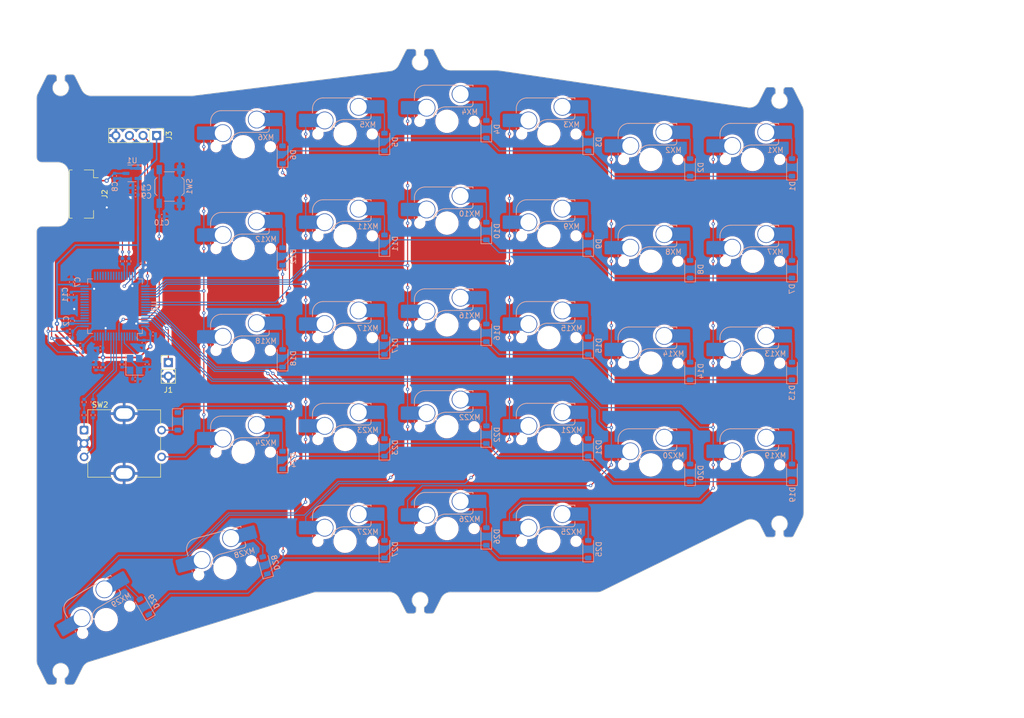
<source format=kicad_pcb>
(kicad_pcb (version 20221018) (generator pcbnew)
  (layers (0 "F.Cu" signal) (31 "B.Cu" signal) (34 "B.Paste" user) (35 "F.Paste" user) (36 "B.SilkS" user "B.Silkscreen") (37 "F.SilkS" user "F.Silkscreen") (38 "B.Mask" user) (39 "F.Mask" user) (44 "Edge.Cuts" user))
  (net 0 "")
  (net 1 "GND")
  (net 2 "/XIN")
  (net 3 "+5V")
  (net 4 "+3V3")
  (net 5 "Net-(C13-Pad2)")
  (net 6 "Net-(D2-A)")
  (net 7 "Net-(D3-A)")
  (net 8 "Net-(D4-A)")
  (net 9 "Net-(D5-A)")
  (net 10 "Net-(D6-A)")
  (net 11 "Net-(D7-A)")
  (net 12 "Net-(D8-A)")
  (net 13 "Net-(D9-A)")
  (net 14 "Net-(D10-A)")
  (net 15 "Net-(D11-A)")
  (net 16 "Net-(D12-A)")
  (net 17 "Net-(D13-A)")
  (net 18 "Net-(D14-A)")
  (net 19 "Net-(D15-A)")
  (net 20 "Net-(D16-A)")
  (net 21 "Net-(D17-A)")
  (net 22 "Net-(D18-A)")
  (net 23 "Net-(D19-A)")
  (net 24 "Net-(D20-A)")
  (net 25 "Net-(D21-A)")
  (net 26 "Net-(D22-A)")
  (net 27 "Net-(D23-A)")
  (net 28 "Net-(D24-A)")
  (net 29 "Net-(D25-A)")
  (net 30 "Net-(D26-A)")
  (net 31 "Net-(D27-A)")
  (net 32 "Net-(D28-A)")
  (net 33 "Net-(D29-A)")
  (net 34 "/USB_D+")
  (net 35 "/USB_D-")
  (net 36 "/SPLIT_TX")
  (net 37 "/SPLIT_RX")
  (net 38 "/ENC_SW_2")
  (net 39 "/BOOTSEL")
  (net 40 "Net-(U2-VCAP1)")
  (net 41 "/XOUT")
  (net 42 "/HANDEDNESS")
  (net 43 "/nRESET")
  (net 44 "Net-(U2-PA12)")
  (net 45 "Net-(U2-PA11)")
  (net 47 "Net-(D1-A)")
  (net 62 "/ROW0")
  (net 63 "/ROW1")
  (net 64 "/ROW2")
  (net 65 "/COL5")
  (net 74 "/SWDIO")
  (net 75 "/SWCLK")
  (net 76 "Net-(R8-Pad1)")
  (net 81 "/ENC_A")
  (net 82 "/ENC_B")
  (net 84 "/ROW3")
  (net 85 "/ROW4")
  (net 86 "/COL0")
  (net 87 "/COL1")
  (net 88 "/COL2")
  (net 89 "/COL3")
  (net 90 "/COL4")
  (net 91 "Net-(R9-Pad1)")
  (net 92 "Net-(R11-Pad2)")
  (net 93 "Net-(R10-Pad2)")
  (net 94 "Net-(U2-PA2)")
  (net 95 "Net-(U2-PA3)")
  (footprint "Rotary_Encoder:RotaryEncoder_Bourns_Vertical_PEC12R-3x17F-Sxxxx" (layer "F.Cu") (at 58.874633 97.309675)
    (fp_text reference "SW2")
    (fp_text value "Rotary_Encoder_Default")
  )
  (footprint "Connector_PinHeader_2.54mm:PinHeader_1x04_P2.54mm_Vertical" (layer "F.Cu") (at 72.435 42.185 -90)
    (fp_text reference "J3")
    (fp_text value "Conn_01x04_Pin")
  )
  (footprint "Connector_JST:JST_SHL_SM06B-SHLS-TF_1x06-1MP_P1.00mm_Horizontal" (layer "F.Cu") (at 59.235 53.135 -90)
    (fp_text reference "J2")
    (fp_text value "Conn_01x06_MountingPin" hide)
  )
  (footprint "Connector_PinHeader_2.54mm:PinHeader_1x02_P2.54mm_Vertical" (layer "F.Cu") (at 74.63 84.67)
    (fp_text reference "J1")
    (fp_text value "Conn_01x02_Pin" hide)
  )
  (footprint "Resistor_SMD:R_0402_1005Metric" (layer "B.Cu") (at 67.255 65.71 -90)
    (fp_text reference "R6" hide)
    (fp_text value "27")
  )
  (footprint "Diode_SMD:D_SOD-123" (layer "B.Cu") (at 95.985 83.8725 90)
    (fp_text reference "D18")
    (fp_text value "D_Small")
  )
  (footprint "Capacitor_SMD:C_0402_1005Metric" (layer "B.Cu") (at 69.43 66.42)
    (fp_text reference "C3" hide)
    (fp_text value "100n")
  )
  (footprint "PCM_marbastlib-mx:SW_MX_HS_1u" (layer "B.Cu") (at 183.875 65.71375 180)
    (fp_text reference "MX7")
    (fp_text value "MX_SW_HS")
  )
  (footprint "Button_Switch_SMD:SW_SPST_TL3342" (layer "B.Cu") (at 74.83 51.72 90)
    (fp_text reference "SW1")
    (fp_text value "SW_Push")
  )
  (footprint "Capacitor_SMD:C_0402_1005Metric" (layer "B.Cu") (at 73.405 57.32)
    (fp_text reference "C10")
    (fp_text value "100n")
  )
  (footprint "PCM_marbastlib-mx:SW_MX_HS_1u" (layer "B.Cu") (at 85.218147 123.078777 -165)
    (fp_text reference "MX28")
    (fp_text value "MX_SW_HS")
  )
  (footprint "Diode_SMD:D_SOD-123" (layer "B.Cu") (at 153.135 62.44125 90)
    (fp_text reference "D9")
    (fp_text value "D_Small")
  )
  (footprint "Resistor_SMD:R_0402_1005Metric" (layer "B.Cu") (at 66.055 65.705 -90)
    (fp_text reference "R5" hide)
    (fp_text value "27")
  )
  (footprint "PCM_marbastlib-mx:SW_MX_HS_1u" (layer "B.Cu") (at 126.725 115.72 180)
    (fp_text reference "MX26")
    (fp_text value "MX_SW_HS")
  )
  (footprint "Package_QFP:LQFP-64_10x10mm_P0.5mm" (layer "B.Cu") (at 64.655 74.12 90)
    (fp_text reference "U2")
    (fp_text value "STM32F401RCTx")
  )
  (footprint "Resistor_SMD:R_0402_1005Metric" (layer "B.Cu") (at 60.555 92.054999 -90)
    (fp_text reference "R10" hide)
    (fp_text value "5.1k")
  )
  (footprint "Diode_SMD:D_SOD-123" (layer "B.Cu") (at 115.035 100.54125 90)
    (fp_text reference "D23")
    (fp_text value "D_Small")
  )
  (footprint "Capacitor_SMD:C_0402_1005Metric" (layer "B.Cu") (at 71.755 79.32)
    (fp_text reference "C6" hide)
    (fp_text value "100n" hide)
  )
  (footprint "Capacitor_SMD:C_0402_1005Metric" (layer "B.Cu") (at 61.925 81.965 180)
    (fp_text reference "C5" hide)
    (fp_text value "100n")
  )
  (footprint "Diode_SMD:D_SOD-123" (layer "B.Cu") (at 95.985 64.8225 90)
    (fp_text reference "D12")
    (fp_text value "D_Small")
  )
  (footprint "Resistor_SMD:R_0402_1005Metric" (layer "B.Cu") (at 58.88 94.495 90)
    (fp_text reference "R9" hide)
    (fp_text value "5.1k")
  )
  (footprint "Diode_SMD:D_SOD-123" (layer "B.Cu") (at 115.035 81.49125 90)
    (fp_text reference "D17")
    (fp_text value "D_Small")
  )
  (footprint "Diode_SMD:D_SOD-123" (layer "B.Cu") (at 76.392912 95.659675 -90)
    (fp_text reference "D30" hide)
    (fp_text value "D_Small")
  )
  (footprint "Capacitor_SMD:C_0402_1005Metric" (layer "B.Cu") (at 56.505 71.995 -90)
    (fp_text reference "C11")
    (fp_text value "100n")
  )
  (footprint "Crystal:Crystal_SMD_3225-4Pin_3.2x2.5mm" (layer "B.Cu") (at 68.33 85.02 90)
    (fp_text reference "Y1" hide)
    (fp_text value "12MHz")
  )
  (footprint "Resistor_SMD:R_0402_1005Metric" (layer "B.Cu") (at 60.555 94.495 -90)
    (fp_text reference "R11" hide)
    (fp_text value "5.1k")
  )
  (footprint "PCM_marbastlib-mx:SW_MX_HS_1u" (layer "B.Cu") (at 164.825 84.76375 180)
    (fp_text reference "MX14")
    (fp_text value "MX_SW_HS")
  )
  (footprint "PCM_marbastlib-mx:SW_MX_HS_1u" (layer "B.Cu") (at 145.775 60.95125 180)
    (fp_text reference "MX9")
    (fp_text value "MX_SW_HS")
  )
  (footprint "PCM_marbastlib-mx:SW_MX_HS_1u" (layer "B.Cu") (at 88.625 82.3825 180)
    (fp_text reference "MX18")
    (fp_text value "MX_SW_HS")
  )
  (footprint "Capacitor_SMD:C_0402_1005Metric" (layer "B.Cu") (at 68.485 51.97 180)
    (fp_text reference "C1")
    (fp_text value "10u" hide)
  )
  (footprint "Resistor_SMD:R_0402_1005Metric" (layer "B.Cu") (at 58.165 82.725)
    (fp_text reference "R1" hide)
    (fp_text value "1k")
  )
  (footprint "PCM_marbastlib-mx:SW_MX_HS_1u" (layer "B.Cu") (at 107.675 99.05125 180)
    (fp_text reference "MX23")
    (fp_text value "MX_SW_HS")
  )
  (footprint "PCM_marbastlib-mx:SW_MX_HS_1u" (layer "B.Cu") (at 88.625 63.3325 180)
    (fp_text reference "MX12")
    (fp_text value "MX_SW_HS")
  )
  (footprint "PCM_marbastlib-mx:SW_MX_HS_1u" (layer "B.Cu") (at 145.775 80.00125 180)
    (fp_text reference "MX15")
    (fp_text value "MX_SW_HS")
  )
  (footprint "Diode_SMD:D_SOD-123" (layer "B.Cu") (at 153.135 119.59125 90)
    (fp_text reference "D25")
    (fp_text value "D_Small")
  )
  (footprint "Capacitor_SMD:C_0402_1005Metric" (layer "B.Cu") (at 70.08 80.97 -90)
    (fp_text reference "C4" hide)
    (fp_text value "100n" hide)
  )
  (footprint "Diode_SMD:D_SOD-123" (layer "B.Cu") (at 191.235 48.15375 90)
    (fp_text reference "D1")
    (fp_text value "D_Small")
  )
  (footprint "Resistor_SMD:R_0402_1005Metric" (layer "B.Cu") (at 58.165 81.435)
    (fp_text reference "R2" hide)
    (fp_text value "1k")
  )
  (footprint "Diode_SMD:D_SOD-123" (layer "B.Cu") (at 134.085 41.01 90)
    (fp_text reference "D4")
    (fp_text value "D_Small")
  )
  (footprint "Diode_SMD:D_SOD-123" (layer "B.Cu") (at 95.985 45.7725 90)
    (fp_text reference "D6")
    (fp_text value "D_Small")
  )
  (footprint "PCM_marbastlib-mx:SW_MX_HS_1u" (layer "B.Cu") (at 63.012863 132.770355 -150)
    (fp_text reference "MX29")
    (fp_text value "MX_SW_HS")
  )
  (footprint "PCM_marbastlib-mx:SW_MX_HS_1u" (layer "B.Cu") (at 145.775 99.05125 180)
    (fp_text reference "MX21")
    (fp_text value "MX_SW_HS")
  )
  (footprint "PCM_marbastlib-mx:SW_MX_HS_1u" (layer "B.Cu") (at 145.775 41.90125 180)
    (fp_text reference "MX3")
    (fp_text value "MX_SW_HS")
  )
  (footprint "Diode_SMD:D_SOD-123" (layer "B.Cu") (at 172.185 105.30375 90)
    (fp_text reference "D20")
    (fp_text value "D_Small")
  )
  (footprint "Diode_SMD:D_SOD-123" (layer "B.Cu") (at 191.235 67.20375 90)
    (fp_text reference "D7")
    (fp_text value "D_Small")
  )
  (footprint "Resistor_SMD:R_0402_1005Metric" (layer "B.Cu") (at 56.225 78.805)
    (fp_text reference "R4" hide)
    (fp_text value "1k")
  )
  (footprint "Diode_SMD:D_SOD-123" (layer "B.Cu") (at 153.135 43.39125 90)
    (fp_text reference "D3")
    (fp_text value "D_Small")
  )
  (footprint "Diode_SMD:D_SOD-123" (layer "B.Cu") (at 134.085 60.06 90)
    (fp_text reference "D10")
    (fp_text value "D_Small")
  )
  (footprint "Resistor_SMD:R_0402_1005Metric" (layer "B.Cu") (at 61.095 85.555 90)
    (fp_text reference "R13" hide)
    (fp_text value "5.1k")
  )
  (footprint "Capacitor_SMD:C_0402_1005Metric" (layer "B.Cu") (at 64.58 49.745 -90)
    (fp_text reference "C8")
    (fp_text value "1u" hide)
  )
  (footprint "Diode_SMD:D_SOD-123" (layer "B.Cu") (at 115.035 119.59125 90)
    (fp_text reference "D27")
    (fp_text value "D_Small")
  )
  (footprint "Diode_SMD:D_SOD-123" (layer "B.Cu") (at 153.135 100.54125 90)
    (fp_text reference "D21")
    (fp_text value "D_Small")
  )
  (footprint "Diode_SMD:D_SOD-123" (layer "B.Cu") (at 70.13181 130.380733 120)
    (fp_text reference "D29")
    (fp_text value "D_Small")
  )
  (footprint "Capacitor_SMD:C_0402_1005Metric" (layer "B.Cu") (at 68.43 87.745 180)
    (fp_text reference "C13" hide)
    (fp_text value "22p")
  )
  (footprint "Diode_SMD:D_SOD-123" (layer "B.Cu") (at 172.185 67.20375 90)
    (fp_text reference "D8")
    (fp_text value "D_Small")
  )
  (footprint "PCM_marbastlib-mx:SW_MX_HS_1u" (layer "B.Cu") (at 183.875 84.76375 180)
    (fp_text reference "MX13")
    (fp_text value "MX_SW_HS")
  )
  (footprint "PCM_marbastlib-mx:SW_MX_HS_1u" (layer "B.Cu") (at 164.825 103.81375 180)
    (fp_text reference "MX20")
    (fp_text value "MX_SW_HS")
  )
  (footprint "Diode_SMD:D_SOD-123" (layer "B.Cu") (at 134.085 98.16 90)
    (fp_text reference "D22")
    (fp_text value "D_Small")
  )
  (footprint "Diode_SMD:D_SOD-123" (layer "B.Cu") (at 134.085 117.21 90)
    (fp_text reference "D26")
    (fp_text value "D_Small")
  )
  (footprint "Resistor_SMD:R_0402_1005Metric" (layer "B.Cu") (at 58.88 92.054999 90)
    (fp_text reference "R8" hide)
    (fp_text value "5.1k")
  )
  (footprint "PCM_marbastlib-mx:SW_MX_HS_1u" (layer "B.Cu") (at 126.725 58.57 180)
    (fp_text reference "MX10")
    (fp_text value "MX_SW_HS")
  )
  (footprint "PCM_marbastlib-mx:SW_MX_HS_1u" (layer "B.Cu") (at 88.625 101.4325 180)
    (fp_text reference "MX24")
    (fp_text value "MX_SW_HS")
  )
  (footprint "PCM_marbastlib-mx:SW_MX_HS_1u" (layer "B.Cu") (at 126.725 39.52 180)
    (fp_text reference "MX4")
    (fp_text value "MX_SW_HS")
  )
  (footprint "Capacitor_SMD:C_0402_1005Metric" (layer "B.Cu") (at 56.505 69.595 90)
    (fp_text reference "C7")
    (fp_text value "100n")
  )
  (footprint "Capacitor_SMD:C_0402_1005Metric" (layer "B.Cu") (at 68.485 53.295 180)
    (fp_text reference "C9")
    (fp_text value "1u" hide)
  )
  (footprint "PCM_marbastlib-mx:SW_MX_HS_1u" (layer "B.Cu") (at 107.675 60.95125 180)
    (fp_text reference "MX11")
    (fp_text value "MX_SW_HS")
  )
  (footprint "Resistor_SMD:R_0402_1005Metric" (layer "B.Cu") (at 56.225 80.085)
    (fp_text reference "R3" hide)
    (fp_text value "1k")
  )
  (footprint "PCM_marbastlib-mx:SW_MX_HS_1u" (layer "B.Cu") (at 107.675 80.00125 180)
    (fp_text reference "MX17")
    (fp_text value "MX_SW_HS")
  )
  (footprint "Diode_SMD:D_SOD-123" (layer "B.Cu") (at 134.085 79.11 90)
    (fp_text reference "D16")
    (fp_text value "D_Small")
  )
  (footprint "PCM_marbastlib-mx:SW_MX_HS_1u" (layer "B.Cu") (at 107.675 41.90125 180)
    (fp_text reference "MX5")
    (fp_text value "MX_SW_HS")
  )
  (footprint "Diode_SMD:D_SOD-123" (layer "B.Cu") (at 191.235 105.30375 90)
    (fp_text reference "D19")
    (fp_text value "D_Small")
  )
  (footprint "PCM_marbastlib-mx:SW_MX_HS_1u" (layer "B.Cu") (at 164.825 65.71375 180)
    (fp_text reference "MX8")
    (fp_text value "MX_SW_HS")
  )
  (footprint "PCM_marbastlib-mx:SW_MX_HS_1u" (layer "B.Cu") (at 183.875 46.66375 180)
    (fp_text reference "MX1")
    (fp_text value "MX_SW_HS")
  )
  (footprint "Capacitor_SMD:C_0402_1005Metric" (layer "B.Cu") (at 70.655 84.995 90)
    (fp_text reference "C12" hide)
    (fp_text value "22p")
  )
  (footprint "Capacitor_SMD:C_0402_1005Metric" (layer "B.Cu") (at 56.705 76.895 -90)
    (fp_text reference "C2")
    (fp_text value "100n")
  )
  (footprint "Resistor_SMD:R_0402_1005Metric" (layer "B.Cu") (at 65.98 85.02 90)
    (fp_text reference "R12" hide)
    (fp_text value "1k")
  )
  (footprint "Diode_SMD:D_SOD-123" (layer "B.Cu") (at 95.985 102.9225 90)
    (fp_text reference "D24")
    (fp_text value "D_Small")
  )
  (footprint "PCM_marbastlib-mx:SW_MX_HS_1u" (layer "B.Cu") (at 107.675 118.10125 180)
    (fp_text reference "MX27")
    (fp_text value "MX_SW_HS")
  )
  (footprint "PCM_marbastlib-mx:SW_MX_HS_1u" (layer "B.Cu") (at 164.825 46.66375 180)
    (fp_text reference "MX2")
    (fp_text value "MX_SW_HS")
  )
  (footprint "Diode_SMD:D_SOD-123" (layer "B.Cu") (at 153.135 81.49125 90)
    (fp_text reference "D15")
    (fp_text value "D_Small")
  )
  (footprint "Diode_SMD:D_SOD-123" (layer "B.Cu") (at 172.185 86.25375 90)
    (fp_text reference "D14")
    (fp_text value "D_Small")
  )
  (footprint "Diode_SMD:D_SOD-123" (layer "B.Cu") (at 172.185 48.15375 90)
    (fp_text reference "D2")
    (fp_text value "D_Small")
  )
  (footprint "Package_TO_SOT_SMD:SOT-23-3" (layer "B.Cu") (at 67.8375 49.27 180)
    (fp_text reference "U1")
    (fp_text value "XC6206PxxxMR" hide)
  )
  (footprint "Diode_SMD:D_SOD-123" (layer "B.Cu") (at 191.235 86.25375 90)
    (fp_text reference "D13")
    (fp_text value "D_Small")
  )
  (footprint "PCM_marbastlib-mx:SW_MX_HS_1u" (layer "B.Cu") (at 145.775 118.10125 180)
    (fp_text reference "MX25")
    (fp_text value "MX_SW_HS")
  )
  (footprint "PCM_marbastlib-mx:SW_MX_HS_1u" (layer "B.Cu") (at 183.875 103.81375 180)
    (fp_text reference "MX19")
    (fp_text value "MX_SW_HS")
  )
  (footprint "Diode_SMD:D_SOD-123" (layer "B.Cu") (at 92.713001 122.613098 105)
    (fp_text reference "D28")
    (fp_text value "D_Small")
  )
  (footprint "Diode_SMD:D_SOD-123" (layer "B.Cu") (at 115.035 62.44125 90)
    (fp_text reference "D11")
    (fp_text value "D_Small")
  )
  (footprint "PCM_marbastlib-mx:SW_MX_HS_1u" (layer "B.Cu") (at 88.625 44.2825 180)
    (fp_text reference "MX6")
    (fp_text value "MX_SW_HS")
  )
  (footprint "PCM_marbastlib-mx:SW_MX_HS_1u" (layer "B.Cu") (at 126.725 96.67 180)
    (fp_text reference "MX22")
    (fp_text value "MX_SW_HS")
  )
  (footprint "Resistor_SMD:R_0402_1005Metric" (layer "B.Cu") (at 62.405 85.555 -90)
    (fp_text reference "R7" hide)
    (fp_text value "5.1k")
  )
  (footprint "Diode_SMD:D_SOD-123" (layer "B.Cu") (at 115.035 43.39125 90)
    (fp_text reference "D5")
    (fp_text value "D_Small")
  )
  (footprint "PCM_marbastlib-mx:SW_MX_HS_1u" (layer "B.Cu") (at 126.725 77.62 180)
    (fp_text reference "MX16")
    (fp_text value "MX_SW_HS")
  )
  (gr_line (start 191.543197 33.421393) (end 193.193855 36.722709) (stroke (width 0.1)) (layer "Edge.Cuts"))
  (gr_line (start 50.005 46.195) (end 50.005 35.237136) (stroke (width 0.1)) (layer "Edge.Cuts"))
  (gr_line (start 115.968932 127.625) (end 102.332071 127.625) (stroke (width 0.1)) (layer "Edge.Cuts"))
  (gr_line (start 186.714017 33.145) (end 187.655 33.145) (stroke (width 0.1)) (layer "Edge.Cuts"))
  (gr_arc (start 57.143197 144.648607) (mid 56.958847 144.850319) (end 56.695983 144.925) (stroke (width 0.1)) (layer "Edge.Cuts"))
  (gr_arc (start 187.655 33.145) (mid 188.008553 33.291447) (end 188.155 33.645) (stroke (width 0.1)) (layer "Edge.Cuts"))
  (gr_arc (start 155.722003 127.420224) (mid 155.292952 127.573133) (end 154.840431 127.625) (stroke (width 0.1)) (layer "Edge.Cuts"))
  (gr_arc (start 189.655 34.34) (mid 188.905 37.150166) (end 188.155 34.34) (stroke (width 0.1)) (layer "Edge.Cuts"))
  (gr_arc (start 122.955 131.625) (mid 122.601447 131.478553) (end 122.455 131.125) (stroke (width 0.1)) (layer "Edge.Cuts"))
  (gr_arc (start 188.155 116.14) (mid 188.905 113.329834) (end 189.655 116.14) (stroke (width 0.1)) (layer "Edge.Cuts"))
  (gr_arc (start 117.68359 29.03782) (mid 117.050017 29.775992) (end 116.143125 30.127909) (stroke (width 0.1)) (layer "Edge.Cuts"))
  (gr_arc (start 193.193855 36.722709) (mid 193.351491 37.157631) (end 193.405 37.617136) (stroke (width 0.1)) (layer "Edge.Cuts"))
  (gr_line (start 54.005 47.195) (end 51.005 47.195) (stroke (width 0.1)) (layer "Edge.Cuts"))
  (gr_line (start 122.455 26.495) (end 122.455 27.19) (stroke (width 0.1)) (layer "Edge.Cuts"))
  (gr_line (start 59.821152 140.672708) (end 101.741403 127.714212) (stroke (width 0.1)) (layer "Edge.Cuts"))
  (gr_line (start 53.255 144.925) (end 52.314017 144.925) (stroke (width 0.1)) (layer "Edge.Cuts"))
  (gr_line (start 79.218712 34.749516) (end 116.143125 30.127909) (stroke (width 0.1)) (layer "Edge.Cuts"))
  (gr_line (start 55.255 144.425) (end 55.255 143.729999) (stroke (width 0.1)) (layer "Edge.Cuts"))
  (gr_line (start 55.755 30.765) (end 56.695983 30.765) (stroke (width 0.1)) (layer "Edge.Cuts"))
  (gr_arc (start 79.218712 34.749516) (mid 79.094758 34.761125) (end 78.970322 34.765) (stroke (width 0.1)) (layer "Edge.Cuts"))
  (gr_line (start 122.955 25.995) (end 123.895983 25.995) (stroke (width 0.1)) (layer "Edge.Cuts"))
  (gr_line (start 120.955 26.495) (end 120.955 27.19) (stroke (width 0.1)) (layer "Edge.Cuts"))
  (gr_arc (start 191.095983 33.145) (mid 191.358849 33.219675) (end 191.543197 33.421393) (stroke (width 0.1)) (layer "Edge.Cuts"))
  (gr_arc (start 122.455 26.495) (mid 122.601447 26.141447) (end 122.955 25.995) (stroke (width 0.1)) (layer "Edge.Cuts"))
  (gr_arc (start 127.441068 29.995) (mid 126.389606 29.696302) (end 125.652214 28.889427) (stroke (width 0.1)) (layer "Edge.Cuts"))
  (gr_arc (start 182.622607 114.210271) (mid 184.143437 114.110409) (end 185.293034 115.111069) (stroke (width 0.1)) (layer "Edge.Cuts"))
  (gr_arc (start 51.866803 31.041393) (mid 52.051153 30.839681) (end 52.314017 30.765) (stroke (width 0.1)) (layer "Edge.Cuts"))
  (gr_line (start 78.970322 34.765) (end 60.241068 34.765) (stroke (width 0.1)) (layer "Edge.Cuts"))
  (gr_line (start 122.955 131.625) (end 123.895983 131.625) (stroke (width 0.1)) (layer "Edge.Cuts"))
  (gr_arc (start 53.755 143.729999) (mid 54.505 140.919833) (end 55.255 143.729999) (stroke (width 0.1)) (layer "Edge.Cuts"))
  (gr_arc (start 51.005 47.195) (mid 50.297893 46.902107) (end 50.005 46.195) (stroke (width 0.1)) (layer "Edge.Cuts"))
  (gr_line (start 57.143197 31.041393) (end 58.452214 33.659427) (stroke (width 0.1)) (layer "Edge.Cuts"))
  (gr_arc (start 55.255 31.265) (mid 55.401447 30.911447) (end 55.755 30.765) (stroke (width 0.1)) (layer "Edge.Cuts"))
  (gr_arc (start 189.655 33.645) (mid 189.801447 33.291447) (end 190.155 33.145) (stroke (width 0.1)) (layer "Edge.Cuts"))
  (gr_line (start 193.405 37.617136) (end 193.405 112.862864) (stroke (width 0.1)) (layer "Edge.Cuts"))
  (gr_line (start 136.107315 29.995) (end 127.441068 29.995) (stroke (width 0.1)) (layer "Edge.Cuts"))
  (gr_line (start 53.755 144.425) (end 53.755 143.729999) (stroke (width 0.1)) (layer "Edge.Cuts"))
  (gr_arc (start 120.955 130.43) (mid 121.705 127.619834) (end 122.455 130.43) (stroke (width 0.1)) (layer "Edge.Cuts"))
  (gr_line (start 191.543197 117.058607) (end 193.193855 113.757291) (stroke (width 0.1)) (layer "Edge.Cuts"))
  (gr_arc (start 186.266803 33.421393) (mid 186.451153 33.219681) (end 186.714017 33.145) (stroke (width 0.1)) (layer "Edge.Cuts"))
  (gr_line (start 53.755 31.265) (end 53.755 31.96) (stroke (width 0.1)) (layer "Edge.Cuts"))
  (gr_line (start 124.343197 26.271393) (end 125.652214 28.889427) (stroke (width 0.1)) (layer "Edge.Cuts"))
  (gr_line (start 186.714017 117.335) (end 187.655 117.335) (stroke (width 0.1)) (layer "Edge.Cuts"))
  (gr_line (start 188.155 33.645) (end 188.155 34.34) (stroke (width 0.1)) (layer "Edge.Cuts"))
  (gr_line (start 189.655 33.645) (end 189.655 34.34) (stroke (width 0.1)) (layer "Edge.Cuts"))
  (gr_line (start 186.266803 33.421393) (end 185.053425 35.848149) (stroke (width 0.1)) (layer "Edge.Cuts"))
  (gr_line (start 52.314017 30.765) (end 53.255 30.765) (stroke (width 0.1)) (layer "Edge.Cuts"))
  (gr_line (start 122.455 131.125) (end 122.455 130.43) (stroke (width 0.1)) (layer "Edge.Cuts"))
  (gr_line (start 190.155 33.145) (end 191.095983 33.145) (stroke (width 0.1)) (layer "Edge.Cuts"))
  (gr_arc (start 50.005 60.195) (mid 50.297893 59.487893) (end 51.005 59.195) (stroke (width 0.1)) (layer "Edge.Cuts"))
  (gr_arc (start 191.543197 117.058607) (mid 191.358847 117.260319) (end 191.095983 117.335) (stroke (width 0.1)) (layer "Edge.Cuts"))
  (gr_line (start 182.622607 114.210271) (end 155.722003 127.420224) (stroke (width 0.1)) (layer "Edge.Cuts"))
  (gr_arc (start 52.314017 144.925) (mid 52.051151 144.850325) (end 51.866803 144.648607) (stroke (width 0.1)) (layer "Edge.Cuts"))
  (gr_arc (start 122.455 27.19) (mid 121.705 30.000166) (end 120.955 27.19) (stroke (width 0.1)) (layer "Edge.Cuts"))
  (gr_line (start 189.655 116.835) (end 189.655 116.14) (stroke (width 0.1)) (layer "Edge.Cuts"))
  (gr_arc (start 55.255 31.96) (mid 54.505 34.770166) (end 53.755 31.96) (stroke (width 0.1)) (layer "Edge.Cuts"))
  (gr_arc (start 120.955 131.125) (mid 120.808553 131.478553) (end 120.455 131.625) (stroke (width 0.1)) (layer "Edge.Cuts"))
  (gr_arc (start 125.652214 128.730573) (mid 126.389603 127.923687) (end 127.441068 127.625) (stroke (width 0.1)) (layer "Edge.Cuts"))
  (gr_line (start 136.401082 30.016692) (end 182.970804 36.93203) (stroke (width 0.1)) (layer "Edge.Cuts"))
  (gr_arc (start 53.255 30.765) (mid 53.608553 30.911447) (end 53.755 31.265) (stroke (width 0.1)) (layer "Edge.Cuts"))
  (gr_arc (start 186.714017 117.335) (mid 186.451151 117.260325) (end 186.266803 117.058607) (stroke (width 0.1)) (layer "Edge.Cuts"))
  (gr_arc (start 115.968932 127.625) (mid 117.020382 127.923711) (end 117.757786 128.730573) (stroke (width 0.1)) (layer "Edge.Cuts"))
  (gr_line (start 54.005 59.195) (end 51.005 59.195) (stroke (width 0.1)) (layer "Edge.Cuts"))
  (gr_arc (start 56.695983 30.765) (mid 56.958855 30.839668) (end 57.143197 31.041393) (stroke (width 0.1)) (layer "Edge.Cuts"))
  (gr_arc (start 119.514017 131.625) (mid 119.251145 131.550332) (end 119.066803 131.348607) (stroke (width 0.1)) (layer "Edge.Cuts"))
  (gr_arc (start 185.053425 35.848149) (mid 184.187887 36.727812) (end 182.970804 36.93203) (stroke (width 0.1)) (layer "Edge.Cuts"))
  (gr_line (start 51.866803 31.041393) (end 50.216145 34.342709) (stroke (width 0.1)) (layer "Edge.Cuts"))
  (gr_line (start 120.955 131.125) (end 120.955 130.43) (stroke (width 0.1)) (layer "Edge.Cuts"))
  (gr_line (start 190.155 117.335) (end 191.095983 117.335) (stroke (width 0.1)) (layer "Edge.Cuts"))
  (gr_line (start 57.143197 144.648607) (end 58.622965 141.689069) (stroke (width 0.1)) (layer "Edge.Cuts"))
  (gr_line (start 188.155 116.835) (end 188.155 116.14) (stroke (width 0.1)) (layer "Edge.Cuts"))
  (gr_arc (start 53.755 144.425) (mid 53.608553 144.778553) (end 53.255 144.925) (stroke (width 0.1)) (layer "Edge.Cuts"))
  (gr_arc (start 136.107315 29.995) (mid 136.254598 30.000432) (end 136.401082 30.016692) (stroke (width 0.1)) (layer "Edge.Cuts"))
  (gr_line (start 51.866803 144.648607) (end 50.216145 141.34729) (stroke (width 0.1)) (layer "Edge.Cuts"))
  (gr_line (start 124.343197 131.348607) (end 125.652214 128.730573) (stroke (width 0.1)) (layer "Edge.Cuts"))
  (gr_line (start 119.066803 131.348607) (end 117.757786 128.730573) (stroke (width 0.1)) (layer "Edge.Cuts"))
  (gr_arc (start 193.405 112.862864) (mid 193.351498 113.32237) (end 193.193855 113.757291) (stroke (width 0.1)) (layer "Edge.Cuts"))
  (gr_line (start 186.266803 117.058607) (end 185.293034 115.111069) (stroke (width 0.1)) (layer "Edge.Cuts"))
  (gr_arc (start 58.622965 141.689069) (mid 59.118076 141.058306) (end 59.821152 140.672708) (stroke (width 0.1)) (layer "Edge.Cuts"))
  (gr_line (start 56.005 49.195) (end 56.005 57.195) (stroke (width 0.1)) (layer "Edge.Cuts"))
  (gr_line (start 56.695983 144.925) (end 55.755 144.925) (stroke (width 0.1)) (layer "Edge.Cuts"))
  (gr_arc (start 123.895983 25.995) (mid 124.158855 26.069668) (end 124.343197 26.271393) (stroke (width 0.1)) (layer "Edge.Cuts"))
  (gr_arc (start 101.741403 127.714212) (mid 102.033387 127.647429) (end 102.332071 127.625) (stroke (width 0.1)) (layer "Edge.Cuts"))
  (gr_arc (start 60.241068 34.765) (mid 59.189618 34.466289) (end 58.452214 33.659427) (stroke (width 0.1)) (layer "Edge.Cuts"))
  (gr_arc (start 50.005 35.237136) (mid 50.058502 34.77763) (end 50.216145 34.342709) (stroke (width 0.1)) (layer "Edge.Cuts"))
  (gr_line (start 119.514017 131.625) (end 120.455 131.625) (stroke (width 0.1)) (layer "Edge.Cuts"))
  (gr_arc (start 120.455 25.995) (mid 120.808553 26.141447) (end 120.955 26.495) (stroke (width 0.1)) (layer "Edge.Cuts"))
  (gr_line (start 50.005 140.452863) (end 50.005 60.195) (stroke (width 0.1)) (layer "Edge.Cuts"))
  (gr_arc (start 190.155 117.335) (mid 189.801447 117.188553) (end 189.655 116.835) (stroke (width 0.1)) (layer "Edge.Cuts"))
  (gr_arc (start 119.066803 26.271393) (mid 119.251151 26.069674) (end 119.514017 25.995) (stroke (width 0.1)) (layer "Edge.Cuts"))
  (gr_line (start 154.840431 127.625) (end 127.441068 127.625) (stroke (width 0.1)) (layer "Edge.Cuts"))
  (gr_arc (start 124.343197 131.348607) (mid 124.158849 131.550326) (end 123.895983 131.625) (stroke (width 0.1)) (layer "Edge.Cuts"))
  (gr_arc (start 50.216145 141.34729) (mid 50.05851 140.912368) (end 50.005 140.452863) (stroke (width 0.1)) (layer "Edge.Cuts"))
  (gr_arc (start 54.005 47.195) (mid 55.419214 47.780786) (end 56.005 49.195) (stroke (width 0.1)) (layer "Edge.Cuts"))
  (gr_arc (start 55.755 144.925) (mid 55.401447 144.778553) (end 55.255 144.425) (stroke (width 0.1)) (layer "Edge.Cuts"))
  (gr_line (start 119.514017 25.995) (end 120.455 25.995) (stroke (width 0.1)) (layer "Edge.Cuts"))
  (gr_line (start 119.066803 26.271393) (end 117.68359 29.03782) (stroke (width 0.1)) (layer "Edge.Cuts"))
  (gr_line (start 55.255 31.265) (end 55.255 31.96) (stroke (width 0.1)) (layer "Edge.Cuts"))
  (gr_arc (start 188.155 116.835) (mid 188.008553 117.188553) (end 187.655 117.335) (stroke (width 0.1)) (layer "Edge.Cuts"))
  (gr_arc (start 56.005 57.195) (mid 55.419214 58.609214) (end 54.005 59.195) (stroke (width 0.1)) (layer "Edge.Cuts"))
  (segment (start 60.92 55.645) (end 60.91 55.635) (width 0.3) (layer "F.Cu") (net 1))
  (segment (start 63.115 55.645) (end 60.92 55.645) (width 0.3) (layer "F.Cu") (net 1))
  (via (at 60.755 70.87) (size 0.8) (drill 0.4) (layers "F.Cu" "B.Cu") (net 1))
  (via (at 62.905 78.22) (size 0.8) (drill 0.4) (layers "F.Cu" "B.Cu") (net 1))
  (via (at 67.905 70.345) (size 0.8) (drill 0.4) (layers "F.Cu" "B.Cu") (net 1))
  (via (at 63.115 55.645) (size 0.8) (drill 0.4) (layers "F.Cu" "B.Cu") (net 1))
  (via (at 68.63 77.37) (size 0.8) (drill 0.4) (layers "F.Cu" "B.Cu") (net 1))
  (via (at 57.03 74.645) (size 0.8) (drill 0.4) (layers "F.Cu" "B.Cu") (net 1))
  (segment (start 70.655 85.475) (end 69.825 85.475) (width 0.3) (layer "B.Cu") (net 1))
  (segment (start 67.905 70.345) (end 67.905 68.445) (width 0.3) (layer "B.Cu") (net 1))
  (segment (start 62.055 77.37) (end 62.905 78.22) (width 0.3) (layer "B.Cu") (net 1))
  (segment (start 62.905 78.22) (end 62.905 79.795) (width 0.3) (layer "B.Cu") (net 1))
  (segment (start 57.83 77.37) (end 58.98 77.37) (width 0.3) (layer "B.Cu") (net 1))
  (segment (start 68.91 87.745) (end 68.91 86.39) (width 0.3) (layer "B.Cu") (net 1))
  (segment (start 69.18 85.868237) (end 69.18 86.12) (width 0.3) (layer "B.Cu") (net 1))
  (segment (start 67.48 84.168237) (end 69.18 85.868237) (width 0.3) (layer "B.Cu") (net 1))
  (segment (start 68.91 86.39) (end 69.18 86.12) (width 0.3) (layer "B.Cu") (net 1))
  (segment (start 58.98 77.37) (end 62.055 77.37) (width 0.3) (layer "B.Cu") (net 1))
  (segment (start 56.705 77.375) (end 57.825 77.375) (width 0.3) (layer "B.Cu") (net 1))
  (segment (start 70.33 77.37) (end 68.63 77.37) (width 0.3) (layer "B.Cu") (net 1))
  (segment (start 69.825 85.475) (end 69.18 86.12) (width 0.3) (layer "B.Cu") (net 1))
  (segment (start 57.825 77.375) (end 57.83 77.37) (width 0.3) (layer "B.Cu") (net 1))
  (segment (start 67.48 83.92) (end 67.48 84.168237) (width 0.3) (layer "B.Cu") (net 1))
  (segment (start 58.98 70.87) (end 60.755 70.87) (width 0.3) (layer "B.Cu") (net 1))
  (segment (start 70.655 84.515) (end 69.775 84.515) (width 0.2) (layer "B.Cu") (net 2))
  (segment (start 69.18 83.92) (end 69.18 83.82) (width 0.2) (layer "B.Cu") (net 2))
  (segment (start 66.405 81.045) (end 66.405 79.795) (width 0.2) (layer "B.Cu") (net 2))
  (segment (start 69.18 83.82) (end 66.405 81.045) (width 0.2) (layer "B.Cu") (net 2))
  (segment (start 69.775 84.515) (end 69.18 83.92) (width 0.2) (layer "B.Cu") (net 2))
  (segment (start 63.095 50.635) (end 60.91 50.635) (width 0.3) (layer "F.Cu") (net 3))
  (via (at 63.095 50.635) (size 0.8) (drill 0.4) (layers "F.Cu" "B.Cu") (net 3))
  (segment (start 64.465 49.265) (end 64.58 49.265) (width 0.3) (layer "B.Cu") (net 3))
  (segment (start 64.58 49.265) (end 64.585 49.27) (width 0.3) (layer "B.Cu") (net 3))
  (segment (start 63.095 50.635) (end 64.465 49.265) (width 0.3) (layer "B.Cu") (net 3))
  (segment (start 64.585 49.27) (end 66.7 49.27) (width 0.3) (layer "B.Cu") (net 3))
  (segment (start 58.915 83.715) (end 53.805 78.605) (width 0.3) (layer "F.Cu") (net 4))
  (segment (start 62.405 83.715) (end 69.21 83.715) (width 0.3) (layer "F.Cu") (net 4))
  (segment (start 69.21 83.715) (end 71.2675 81.6575) (width 0.3) (layer "F.Cu") (net 4))
  (segment (start 62.405 83.715) (end 58.915 83.715) (width 0.3) (layer "F.Cu") (net 4))
  (segment (start 53.805 78.605) (end 53.805 77.395) (width 0.3) (layer "F.Cu") (net 4))
  (via (at 62.405 83.715) (size 0.8) (drill 0.4) (layers "F.Cu" "B.Cu") (net 4))
  (via (at 71.2675 81.6575) (size 0.8) (drill 0.4) (layers "F.Cu" "B.Cu") (net 4))
  (via (at 53.805 77.395) (size 0.8) (drill 0.4) (layers "F.Cu" "B.Cu") (net 4))
  (segment (start 53.815 76.425) (end 53.815 77.385) (width 0.3) (layer "B.Cu") (net 4))
  (segment (start 53.805 76.415) (end 53.815 76.425) (width 0.3) (layer "B.Cu") (net 4))
  (segment (start 53.81 70.075) (end 53.815 70.08) (width 0.3) (layer "B.Cu") (net 4))
  (segment (start 62.405 82.015) (end 62.405 81.965) (width 0.3) (layer "B.Cu") (net 4))
  (segment (start 68.95 66.42) (end 68.955 66.415) (width 0.3) (layer "B.Cu") (net 4))
  (segment (start 68.405 68.445) (end 68.405 66.965) (width 0.3) (layer "B.Cu") (net 4))
  (segment (start 58.98 70.37) (end 56.8 70.37) (width 0.3) (layer "B.Cu") (net 4))
  (segment (start 53.815 66.185) (end 57.305 62.695) (width 0.3) (layer "B.Cu") (net 4))
  (segment (start 71.28 81.645) (end 71.2675 81.6575) (width 0.3) (layer "B.Cu") (net 4))
  (segment (start 62.405 83.715) (end 62.405 85.045) (width 0.2) (layer "B.Cu") (net 4))
  (segment (start 68.955 61.47) (end 68.955 59.57) (width 0.3) (layer "B.Cu") (net 4))
  (segment (start 57.305 62.695) (end 68.955 62.695) (width 0.3) (layer "B.Cu") (net 4))
  (segment (start 62.405 79.795) (end 62.405 81.965) (width 0.3) (layer "B.Cu") (net 4))
  (segment (start 71.275 79.32) (end 71.275 80.49) (width 0.3) (layer "B.Cu") (net 4))
  (segment (start 53.815 70.08) (end 53.815 76.405) (width 0.3) (layer "B.Cu") (net 4))
  (segment (start 71.28 80.51) (end 71.28 81.645) (width 0.3) (layer "B.Cu") (net 4))
  (segment (start 56.8 70.37) (end 56.505 70.075) (width 0.3) (layer "B.Cu") (net 4))
  (segment (start 68.975 50.115) (end 68.975 50.22) (width 0.3) (layer "B.Cu") (net 4))
  (segment (start 62.405 83.715) (end 62.405 81.965) (width 0.3) (layer "B.Cu") (net 4))
  (segment (start 53.81 70.075) (end 53.815 70.07) (width 0.3) (layer "B.Cu") (net 4))
  (segment (start 68.96 53.3) (end 68.965 53.295) (width 0.3) (layer "B.Cu") (net 4))
  (segment (start 71.275 78.815) (end 71.275 79.32) (width 0.3) (layer "B.Cu") (net 4))
  (segment (start 68.980001 51.955) (end 68.965001 51.97) (width 0.3) (layer "B.Cu") (net 4))
  (segment (start 72.435 42.185) (end 72.435 46.655) (width 0.3) (layer "B.Cu") (net 4))
  (segment (start 53.825 77.375) (end 53.805 77.395) (width 0.3) (layer "B.Cu") (net 4))
  (segment (start 53.815 77.385) (end 53.805 77.395) (width 0.3) (layer "B.Cu") (net 4))
  (segment (start 70.33 77.87) (end 71.275 78.815) (width 0.3) (layer "B.Cu") (net 4))
  (segment (start 68.955 62.695) (end 68.955 59.145) (width 0.3) (layer "B.Cu") (net 4))
  (segment (start 69.1 80.49) (end 70.08 80.49) (width 0.3) (layer "B.Cu") (net 4))
  (segment (start 70.08 80.49) (end 71.275 80.49) (width 0.3) (layer "B.Cu") (net 4))
  (segment (start 72.435 46.655) (end 68.975 50.115) (width 0.3) (layer "B.Cu") (net 4))
  (segment (start 68.955 59.57) (end 68.955 53.31) (width 0.3) (layer "B.Cu") (net 4))
  (segment (start 68.405 79.795) (end 69.1 80.49) (width 0.3) (layer "B.Cu") (net 4))
  (segment (start 68.975 50.22) (end 68.975 51.965) (width 0.3) (layer "B.Cu") (net 4))
  (segment (start 68.955 66.415) (end 68.955 61.47) (width 0.3) (layer "B.Cu") (net 4))
  (segment (start 56.705 76.415) (end 53.805 76.415) (width 0.3) (layer "B.Cu") (net 4))
  (segment (start 56.751846 76.415) (end 56.705 76.415) (width 0.3) (layer "B.Cu") (net 4))
  (segment (start 68.965 53.295) (end 68.965001 51.97) (width 0.3) (layer "B.Cu") (net 4))
  (segment (start 58.98 76.87) (end 57.206846 76.87) (width 0.3) (layer "B.Cu") (net 4))
  (segment (start 57.206846 76.87) (end 56.751846 76.415) (width 0.3) (layer "B.Cu") (net 4))
  (segment (start 53.815 76.405) (end 53.805 76.415) (width 0.3) (layer "B.Cu") (net 4))
  (segment (start 71.2675 80.4975) (end 71.28 80.51) (width 0.3) (layer "B.Cu") (net 4))
  (segment (start 53.815 70.07) (end 53.815 66.185) (width 0.3) (layer "B.Cu") (net 4))
  (segment (start 56.505 70.075) (end 53.81 70.075) (width 0.3) (layer "B.Cu") (net 4))
  (segment (start 68.405 66.965) (end 68.95 66.42) (width 0.3) (layer "B.Cu") (net 4))
  (segment (start 67.95 86.59) (end 67.48 86.12) (width 0.2) (layer "B.Cu") (net 5))
  (segment (start 66.89 85.53) (end 67.48 86.12) (width 0.2) (layer "B.Cu") (net 5))
  (segment (start 65.98 85.53) (end 66.89 85.53) (width 0.2) (layer "B.Cu") (net 5))
  (segment (start 67.95 87.745) (end 67.95 86.59) (width 0.2) (layer "B.Cu") (net 5))
  (segment (start 170.915 41.58375) (end 172.185 42.85375) (width 0.2) (layer "B.Cu") (net 6))
  (segment (start 172.185 42.85375) (end 172.185 46.50375) (width 0.2) (layer "B.Cu") (net 6))
  (segment (start 151.865 36.82125) (end 153.135 38.09125) (width 0.2) (layer "B.Cu") (net 7))
  (segment (start 153.135 38.09125) (end 153.135 41.74125) (width 0.2) (layer "B.Cu") (net 7))
  (segment (start 132.815 34.44) (end 134.085 35.71) (width 0.2) (layer "B.Cu") (net 8))
  (segment (start 134.085 35.71) (end 134.085 39.36) (width 0.2) (layer "B.Cu") (net 8))
  (segment (start 113.765 36.82125) (end 115.035 38.09125) (width 0.2) (layer "B.Cu") (net 9))
  (segment (start 115.035 38.09125) (end 115.035 41.74125) (width 0.2) (layer "B.Cu") (net 9))
  (segment (start 94.715 39.2025) (end 95.985 40.4725) (width 0.2) (layer "B.Cu") (net 10))
  (segment (start 95.985 40.4725) (end 95.985 44.1225) (width 0.2) (layer "B.Cu") (net 10))
  (segment (start 191.235 61.90375) (end 191.235 65.55375) (width 0.2) (layer "B.Cu") (net 11))
  (segment (start 189.965 60.63375) (end 191.235 61.90375) (width 0.2) (layer "B.Cu") (net 11))
  (segment (start 172.185 61.90375) (end 172.185 65.55375) (width 0.2) (layer "B.Cu") (net 12))
  (segment (start 170.915 60.63375) (end 172.185 61.90375) (width 0.2) (layer "B.Cu") (net 12))
  (segment (start 153.135 57.14125) (end 153.135 60.79125) (width 0.2) (layer "B.Cu") (net 13))
  (segment (start 151.865 55.87125) (end 153.135 57.14125) (width 0.2) (layer "B.Cu") (net 13))
  (segment (start 132.815 53.49) (end 134.085 54.76) (width 0.2) (layer "B.Cu") (net 14))
  (segment (start 134.085 54.76) (end 134.085 58.41) (width 0.2) (layer "B.Cu") (net 14))
  (segment (start 115.035 57.14125) (end 115.035 60.79125) (width 0.2) (layer "B.Cu") (net 15))
  (segment (start 113.765 55.87125) (end 115.035 57.14125) (width 0.2) (layer "B.Cu") (net 15))
  (segment (start 94.715 58.2525) (end 95.985 59.5225) (width 0.2) (layer "B.Cu") (net 16))
  (segment (start 95.985 59.5225) (end 95.985 63.1725) (width 0.2) (layer "B.Cu") (net 16))
  (segment (start 191.235 80.95375) (end 191.235 84.60375) (width 0.2) (layer "B.Cu") (net 17))
  (segment (start 189.965 79.68375) (end 191.235 80.95375) (width 0.2) (layer "B.Cu") (net 17))
  (segment (start 172.185 80.95375) (end 172.185 84.60375) (width 0.2) (layer "B.Cu") (net 18))
  (segment (start 170.915 79.68375) (end 172.185 80.95375) (width 0.2) (layer "B.Cu") (net 18))
  (segment (start 153.135 76.19125) (end 153.135 79.84125) (width 0.2) (layer "B.Cu") (net 19))
  (segment (start 151.865 74.92125) (end 153.135 76.19125) (width 0.2) (layer "B.Cu") (net 19))
  (segment (start 132.815 72.54) (end 134.085 73.81) (width 0.2) (layer "B.Cu") (net 20))
  (segment (start 134.085 73.81) (end 134.085 77.46) (width 0.2) (layer "B.Cu") (net 20))
  (segment (start 113.765 74.92125) (end 115.035 76.19125) (width 0.2) (layer "B.Cu") (net 21))
  (segment (start 115.035 76.19125) (end 115.035 79.84125) (width 0.2) (layer "B.Cu") (net 21))
  (segment (start 94.715 77.3025) (end 95.985 78.5725) (width 0.2) (layer "B.Cu") (net 22))
  (segment (start 95.985 78.5725) (end 95.985 82.2225) (width 0.2) (layer "B.Cu") (net 22))
  (segment (start 191.235 100.00375) (end 191.235 103.65375) (width 0.2) (layer "B.Cu") (net 23))
  (segment (start 189.965 98.73375) (end 191.235 100.00375) (width 0.2) (layer "B.Cu") (net 23))
  (segment (start 170.915 98.73375) (end 172.185 100.00375) (width 0.2) (layer "B.Cu") (net 24))
  (segment (start 172.185 100.00375) (end 172.185 103.65375) (width 0.2) (layer "B.Cu") (net 24))
  (segment (start 153.135 95.24125) (end 153.135 98.89125) (width 0.2) (layer "B.Cu") (net 25))
  (segment (start 151.865 93.97125) (end 153.135 95.24125) (width 0.2) (layer "B.Cu") (net 25))
  (segment (start 134.085 92.86) (end 134.085 96.51) (width 0.2) (layer "B.Cu") (net 26))
  (segment (start 132.815 91.59) (end 134.085 92.86) (width 0.2) (layer "B.Cu") (net 26))
  (segment (start 113.765 93.97125) (end 115.035 95.24125) (width 0.2) (layer "B.Cu") (net 27))
  (segment (start 115.035 95.24125) (end 115.035 98.89125) (width 0.2) (layer "B.Cu") (net 27))
  (segment (start 95.985 97.6225) (end 95.985 101.2725) (width 0.2) (layer "B.Cu") (net 28))
  (segment (start 94.715 96.3525) (end 95.985 97.6225) (width 0.2) (layer "B.Cu") (net 28))
  (segment (start 153.135 114.29125) (end 153.135 117.94125) (width 0.2) (layer "B.Cu") (net 29))
  (segment (start 151.865 113.02125) (end 153.135 114.29125) (width 0.2) (layer "B.Cu") (net 29))
  (segment (start 132.815 110.64) (end 134.085 111.91) (width 0.2) (layer "B.Cu") (net 30))
  (segment (start 134.085 111.91) (end 134.085 115.56) (width 0.2) (layer "B.Cu") (net 30))
  (segment (start 115.042912 117.933338) (end 115.035 117.94125) (width 0.2) (layer "B.Cu") (net 31))
  (segment (start 115.042912 114.299162) (end 115.042912 117.933338) (width 0.2) (layer "B.Cu") (net 31))
  (segment (start 113.765 113.02125) (end 115.042912 114.299162) (width 0.2) (layer "B.Cu") (net 31))
  (segment (start 89.785835 116.595666) (end 92.28595 119.095781) (width 0.2) (layer "B.Cu") (net 32))
  (segment (start 92.28595 119.095781) (end 92.28595 121.01932) (width 0.2) (layer "B.Cu") (net 32))
  (segment (start 65.746958 125.325946) (end 69.30681 128.885798) (width 0.2) (layer "B.Cu") (net 33))
  (segment (start 69.30681 128.885798) (end 69.30681 128.951791) (width 0.2) (layer "B.Cu") (net 33))
  (segment (start 67.255 53.82) (end 65.08 51.645) (width 0.2) (layer "F.Cu") (net 34))
  (segment (start 65.08 51.645) (end 60.92 51.645) (width 0.2) (layer "F.Cu") (net 34))
  (segment (start 67.255 63.97) (end 67.255 53.82) (width 0.2) (layer "F.Cu") (net 34))
  (segment (start 60.92 51.645) (end 60.91 51.635) (width 0.2) (layer "F.Cu") (net 34))
  (via (at 67.255 63.97) (size 0.55) (drill 0.2) (layers "F.Cu" "B.Cu") (net 34))
  (segment (start 67.255 65.2) (end 67.255 63.97) (width 0.2) (layer "B.Cu") (net 34))
  (segment (start 64.455 52.645) (end 60.92 52.645) (width 0.2) (layer "F.Cu") (net 35))
  (segment (start 60.92 52.645) (end 60.91 52.635) (width 0.2) (layer "F.Cu") (net 35))
  (segment (start 66.055 63.97) (end 66.055 54.245) (width 0.2) (layer "F.Cu") (net 35))
  (segment (start 66.055 54.245) (end 64.455 52.645) (width 0.2) (layer "F.Cu") (net 35))
  (via (at 66.055 63.97) (size 0.55) (drill 0.2) (layers "F.Cu" "B.Cu") (net 35))
  (segment (start 66.055 65.195) (end 66.055 63.97) (width 0.2) (layer "B.Cu") (net 35))
  (segment (start 59.185 54.29) (end 59.84 53.635) (width 0.2) (layer "F.Cu") (net 36))
  (segment (start 52.175 78.805) (end 52.175 64.975) (width 0.2) (layer "F.Cu") (net 36))
  (segment (start 52.175 64.975) (end 59.185 57.965) (width 0.2) (layer "F.Cu") (net 36))
  (segment (start 59.185 57.965) (end 59.185 54.29) (width 0.2) (layer "F.Cu") (net 36))
  (segment (start 59.84 53.635) (end 60.91 53.635) (width 0.2) (layer "F.Cu") (net 36))
  (via (at 52.175 78.805) (size 0.6) (drill 0.3) (layers "F.Cu" "B.Cu") (net 36))
  (segment (start 52.175 80.915) (end 53.985 82.725) (width 0.2) (layer "B.Cu") (net 36))
  (segment (start 53.985 82.725) (end 57.655 82.725) (width 0.2) (layer "B.Cu") (net 36))
  (segment (start 52.175 78.805) (end 55.715 78.805) (width 0.2) (layer "B.Cu") (net 36))
  (segment (start 52.175 78.805) (end 52.175 80.915) (width 0.2) (layer "B.Cu") (net 36))
  (segment (start 52.805 80.085) (end 52.805 65.175) (width 0.2) (layer "F.Cu") (net 37))
  (segment (start 59.725 55.075) (end 60.165 54.635) (width 0.2) (layer "F.Cu") (net 37))
  (segment (start 59.725 58.255) (end 59.725 55.075) (width 0.2) (layer "F.Cu") (net 37))
  (segment (start 60.165 54.635) (end 60.91 54.635) (width 0.2) (layer "F.Cu") (net 37))
  (segment (start 52.805 65.175) (end 59.725 58.255) (width 0.2) (layer "F.Cu") (net 37))
  (via (at 52.805 80.085) (size 0.6) (drill 0.3) (layers "F.Cu" "B.Cu") (net 37))
  (segment (start 54.155 81.435) (end 57.655 81.435) (width 0.2) (layer "B.Cu") (net 37))
  (segment (start 52.805 80.085) (end 55.715 80.085) (width 0.2) (layer "B.Cu") (net 37))
  (segment (start 52.805 80.085) (end 54.155 81.435) (width 0.2) (layer "B.Cu") (net 37))
  (segment (start 73.374633 97.309675) (end 76.392912 97.309675) (width 0.2) (layer "B.Cu") (net 38))
  (segment (start 74.63 78.57) (end 74.355 78.295) (width 0.2) (layer "F.Cu") (net 39))
  (segment (start 74.63 84.67) (end 74.63 78.57) (width 0.2) (layer "F.Cu") (net 39))
  (via (at 74.355 78.295) (size 0.6) (drill 0.3) (layers "F.Cu" "B.Cu") (net 39))
  (segment (start 71.93 75.87) (end 70.33 75.87) (width 0.2) (layer "B.Cu") (net 39))
  (segment (start 74.355 78.295) (end 71.93 75.87) (width 0.2) (layer "B.Cu") (net 39))
  (segment (start 58.98 71.37) (end 56.65 71.37) (width 0.3) (layer "B.Cu") (net 40))
  (segment (start 56.65 71.37) (end 56.505 71.515) (width 0.3) (layer "B.Cu") (net 40))
  (segment (start 65.905 84.435) (end 65.905 79.795) (width 0.2) (layer "B.Cu") (net 41))
  (segment (start 65.98 84.51) (end 65.905 84.435) (width 0.2) (layer "B.Cu") (net 41))
  (segment (start 63.905 84.565) (end 63.905 79.795) (width 0.2) (layer "B.Cu") (net 42))
  (segment (start 61.095 86.065) (end 62.405 86.065) (width 0.2) (layer "B.Cu") (net 42))
  (segment (start 62.405 86.065) (end 63.905 84.565) (width 0.2) (layer "B.Cu") (net 42))
  (segment (start 72.935 74.275) (end 70.625 76.585) (width 0.2) (layer "F.Cu") (net 43))
  (segment (start 70.625 76.585) (end 66.215 76.585) (width 0.2) (layer "F.Cu") (net 43))
  (segment (start 72.935 61.045) (end 72.935 74.275) (width 0.2) (layer "F.Cu") (net 43))
  (segment (start 72.925 61.035) (end 72.935 61.045) (width 0.2) (layer "F.Cu") (net 43))
  (via (at 72.925 61.035) (size 0.6) (drill 0.3) (layers "F.Cu" "B.Cu") (net 43))
  (via (at 66.215 76.585) (size 0.6) (drill 0.3) (layers "F.Cu" "B.Cu") (net 43))
  (segment (start 65.405 77.395) (end 65.405 79.795) (width 0.2) (layer "B.Cu") (net 43))
  (segment (start 72.93 57.315) (end 72.925 57.32) (width 0.2) (layer "B.Cu") (net 43))
  (segment (start 72.93 48.57) (end 72.93 54.87) (width 0.2) (layer "B.Cu") (net 43))
  (segment (start 72.93 54.87) (end 72.93 57.315) (width 0.2) (layer "B.Cu") (net 43))
  (segment (start 72.925 61.035) (end 72.925 57.32) (width 0.2) (layer "B.Cu") (net 43))
  (segment (start 66.215 76.585) (end 65.405 77.395) (width 0.2) (layer "B.Cu") (net 43))
  (segment (start 66.905 66.57) (end 67.255 66.22) (width 0.2) (layer "B.Cu") (net 44))
  (segment (start 66.905 68.445) (end 66.905 66.57) (width 0.2) (layer "B.Cu") (net 44))
  (segment (start 66.405 68.445) (end 66.405 66.565) (width 0.2) (layer "B.Cu") (net 45))
  (segment (start 66.405 66.565) (end 66.055 66.215) (width 0.2) (layer "B.Cu") (net 45))
  (segment (start 191.235 42.85375) (end 191.235 46.50375) (width 0.2) (layer "B.Cu") (net 47))
  (segment (start 189.965 41.58375) (end 191.235 42.85375) (width 0.2) (layer "B.Cu") (net 47))
  (segment (start 97.28 50.429675) (end 95.985 49.134675) (width 0.2) (layer "F.Cu") (net 62))
  (segment (start 97.28 70.72) (end 97.28 50.429675) (width 0.2) (layer "F.Cu") (net 62))
  (via (at 95.985 49.134675) (size 0.6) (drill 0.3) (layers "F.Cu" "B.Cu") (net 62))
  (via (at 97.28 70.72) (size 0.6) (drill 0.3) (layers "F.Cu" "B.Cu") (net 62))
  (segment (start 94.63 73.37) (end 70.33 73.37) (width 0.2) (layer "B.Cu") (net 62))
  (segment (start 117.41625 42.66) (end 115.035 45.04125) (width 0.2) (layer "B.Cu") (net 62))
  (segment (start 95.985 49.134675) (end 95.985 47.4225) (width 0.2) (layer "B.Cu") (net 62))
  (segment (start 191.235 49.80375) (end 172.185 49.80375) (width 0.2) (layer "B.Cu") (net 62))
  (segment (start 134.085 42.66) (end 117.41625 42.66) (width 0.2) (layer "B.Cu") (net 62))
  (segment (start 98.36625 45.04125) (end 95.985 47.4225) (width 0.2) (layer "B.Cu") (net 62))
  (segment (start 157.8975 49.80375) (end 153.135 45.04125) (width 0.2) (layer "B.Cu") (net 62))
  (segment (start 115.035 45.04125) (end 98.36625 45.04125) (width 0.2) (layer "B.Cu") (net 62))
  (segment (start 172.185 49.80375) (end 157.8975 49.80375) (width 0.2) (layer "B.Cu") (net 62))
  (segment (start 136.46625 45.04125) (end 134.085 42.66) (width 0.2) (layer "B.Cu") (net 62))
  (segment (start 97.28 70.72) (end 94.63 73.37) (width 0.2) (layer "B.Cu") (net 62))
  (segment (start 153.135 45.04125) (end 136.46625 45.04125) (width 0.2) (layer "B.Cu") (net 62))
  (segment (start 95.992912 73.045) (end 95.992912 68.134675) (width 0.2) (layer "F.Cu") (net 63))
  (via (at 95.992912 68.134675) (size 0.6) (drill 0.3) (layers "F.Cu" "B.Cu") (net 63))
  (via (at 95.992912 73.045) (size 0.6) (drill 0.3) (layers "F.Cu" "B.Cu") (net 63))
  (segment (start 136.46625 64.09125) (end 134.085 61.71) (width 0.2) (layer "B.Cu") (net 63))
  (segment (start 153.135 64.09125) (end 136.46625 64.09125) (width 0.2) (layer "B.Cu") (net 63))
  (segment (start 95.985 68.126763) (end 95.992912 68.134675) (width 0.2) (layer "B.Cu") (net 63))
  (segment (start 157.8975 68.85375) (end 153.135 64.09125) (width 0.2) (layer "B.Cu") (net 63))
  (segment (start 117.41625 61.71) (end 115.035 64.09125) (width 0.2) (layer "B.Cu") (net 63))
  (segment (start 191.235 68.85375) (end 172.185 68.85375) (width 0.2) (layer "B.Cu") (net 63))
  (segment (start 115.035 64.09125) (end 98.36625 64.09125) (width 0.2) (layer "B.Cu") (net 63))
  (segment (start 95.985 66.4725) (end 95.985 68.126763) (width 0.2) (layer "B.Cu") (net 63))
  (segment (start 95.992912 73.045) (end 95.167912 73.87) (width 0.2) (layer "B.Cu") (net 63))
  (segment (start 134.085 61.71) (end 117.41625 61.71) (width 0.2) (layer "B.Cu") (net 63))
  (segment (start 95.167912 73.87) (end 70.33 73.87) (width 0.2) (layer "B.Cu") (net 63))
  (segment (start 98.36625 64.09125) (end 95.985 66.4725) (width 0.2) (layer "B.Cu") (net 63))
  (segment (start 172.185 68.85375) (end 157.8975 68.85375) (width 0.2) (layer "B.Cu") (net 63))
  (segment (start 136.46625 83.14125) (end 134.085 80.76) (width 0.2) (layer "B.Cu") (net 64))
  (segment (start 98.36625 83.14125) (end 95.985 85.5225) (width 0.2) (layer "B.Cu") (net 64))
  (segment (start 153.135 83.14125) (end 136.46625 83.14125) (width 0.2) (layer "B.Cu") (net 64))
  (segment (start 117.41625 80.76) (end 115.035 83.14125) (width 0.2) (layer "B.Cu") (net 64))
  (segment (start 191.235 87.90375) (end 172.185 87.90375) (width 0.2) (layer "B.Cu") (net 64))
  (segment (start 115.035 83.14125) (end 98.36625 83.14125) (width 0.2) (layer "B.Cu") (net 64))
  (segment (start 83.5825 85.5225) (end 72.43 74.37) (width 0.2) (layer "B.Cu") (net 64))
  (segment (start 72.43 74.37) (end 70.33 74.37) (width 0.2) (layer "B.Cu") (net 64))
  (segment (start 157.8975 87.90375) (end 153.135 83.14125) (width 0.2) (layer "B.Cu") (net 64))
  (segment (start 95.985 85.5225) (end 83.5825 85.5225) (width 0.2) (layer "B.Cu") (net 64))
  (segment (start 134.085 80.76) (end 117.41625 80.76) (width 0.2) (layer "B.Cu") (net 64))
  (segment (start 172.185 87.90375) (end 157.8975 87.90375) (width 0.2) (layer "B.Cu") (net 64))
  (segment (start 81.267912 81.672912) (end 81.267912 94.409675) (width 0.2) (layer "F.Cu") (net 65))
  (segment (start 81.267912 44.284675) (end 81.267912 56.309675) (width 0.2) (layer "F.Cu") (net 65))
  (segment (start 81.267912 63.334675) (end 81.267912 71.259675) (width 0.2) (layer "F.Cu") (net 65))
  (segment (start 81.267912 56.309675) (end 81.242912 56.334675) (width 0.2) (layer "F.Cu") (net 65))
  (segment (start 81.265 81.67) (end 81.267912 81.672912) (width 0.2) (layer "F.Cu") (net 65))
  (segment (start 81.267912 71.259675) (end 81.267912 75.384675) (width 0.2) (layer "F.Cu") (net 65))
  (via (at 81.267912 63.334675) (size 0.6) (drill 0.3) (layers "F.Cu" "B.Cu") (net 65))
  (via (at 81.265 81.67) (size 0.6) (drill 0.3) (layers "F.Cu" "B.Cu") (net 65))
  (via (at 81.267912 71.259675) (size 0.6) (drill 0.3) (layers "F.Cu" "B.Cu") (net 65))
  (via (at 81.267912 44.284675) (size 0.6) (drill 0.3) (layers "F.Cu" "B.Cu") (net 65))
  (via (at 81.267912 94.409675) (size 0.6) (drill 0.3) (layers "F.Cu" "B.Cu") (net 65))
  (via (at 81.242912 56.334675) (size 0.6) (drill 0.3) (layers "F.Cu" "B.Cu") (net 65))
  (via (at 81.267912 75.384675) (size 0.6) (drill 0.3) (layers "F.Cu" "B.Cu") (net 65))
  (segment (start 77.847825 102.309675) (end 81.265 98.8925) (width 0.2) (layer "B.Cu") (net 65))
  (segment (start 81.242912 56.334675) (end 81.265 56.356763) (width 0.2) (layer "B.Cu") (net 65))
  (segment (start 81.267912 94.409675) (end 81.265 94.412587) (width 0.2) (layer "B.Cu") (net 65))
  (segment (start 81.265 63.331763) (end 81.267912 63.334675) (width 0.2) (layer "B.Cu") (net 65))
  (segment (start 81.265 44.281763) (end 81.267912 44.284675) (width 0.2) (layer "B.Cu") (net 65))
  (segment (start 81.265 41.7425) (end 81.265 44.281763) (width 0.2) (layer "B.Cu") (net 65))
  (segment (start 81.265 60.7925) (end 81.265 63.331763) (width 0.2) (layer "B.Cu") (net 65))
  (segment (start 72.602058 72.37) (end 70.33 72.37) (width 0.2) (layer "B.Cu") (net 65))
  (segment (start 73.374633 102.309675) (end 77.847825 102.309675) (width 0.2) (layer "B.Cu") (net 65))
  (segment (start 81.267912 75.384675) (end 81.265 75.387587) (width 0.2) (layer "B.Cu") (net 65))
  (segment (start 81.265 75.387587) (end 81.265 79.8425) (width 0.2) (layer "B.Cu") (net 65))
  (segment (start 81.265 81.67) (end 81.265 79.8425) (width 0.2) (layer "B.Cu") (net 65))
  (segment (start 73.712383 71.259675) (end 72.602058 72.37) (width 0.2) (layer "B.Cu") (net 65))
  (segment (start 81.265 94.412587) (end 81.265 98.8925) (width 0.2) (layer "B.Cu") (net 65))
  (segment (start 81.265 56.356763) (end 81.265 60.7925) (width 0.2) (layer "B.Cu") (net 65))
  (segment (start 81.267912 71.259675) (end 73.712383 71.259675) (width 0.2) (layer "B.Cu") (net 65))
  (segment (start 66.385 70.375) (end 70.235 66.525) (width 0.2) (layer "F.Cu") (net 74))
  (segment (start 70.235 45.065) (end 67.355 42.185) (width 0.2) (layer "F.Cu") (net 74))
  (segment (start 70.235 66.525) (end 70.235 45.065) (width 0.2) (layer "F.Cu") (net 74))
  (via (at 66.385 70.375) (size 0.6) (drill 0.3) (layers "F.Cu" "B.Cu") (net 74))
  (segment (start 67.405 69.355) (end 66.385 70.375) (width 0.2) (layer "B.Cu") (net 74))
  (segment (start 67.405 68.445) (end 67.405 69.355) (width 0.2) (layer "B.Cu") (net 74))
  (segment (start 70.735 43.025) (end 69.895 42.185) (width 0.2) (layer "F.Cu") (net 75))
  (segment (start 70.735 68.465) (end 70.735 43.025) (width 0.2) (layer "F.Cu") (net 75))
  (via (at 70.735 68.465) (size 0.6) (drill 0.3) (layers "F.Cu" "B.Cu") (net 75))
  (segment (start 70.735 68.465) (end 70.735 69.965) (width 0.2) (layer "B.Cu") (net 75))
  (segment (start 70.735 69.965) (end 70.33 70.37) (width 0.2) (layer "B.Cu") (net 75))
  (segment (start 58.88 93.985) (end 58.88 92.564999) (width 0.2) (layer "B.Cu") (net 76))
  (segment (start 64.405 86.019999) (end 64.405 79.795) (width 0.2) (layer "B.Cu") (net 81))
  (segment (start 58.88 91.544999) (end 64.405 86.019999) (width 0.2) (layer "B.Cu") (net 81))
  (segment (start 60.555 90.595) (end 64.905 86.245) (width 0.2) (layer "B.Cu") (net 82))
  (segment (start 60.555 91.544999) (end 60.555 90.595) (width 0.2) (layer "B.Cu") (net 82))
  (segment (start 64.905 86.245) (end 64.905 79.795) (width 0.2) (layer "B.Cu") (net 82))
  (segment (start 98.367912 102.189588) (end 98.36625 102.19125) (width 0.2) (layer "F.Cu") (net 84))
  (segment (start 98.367912 90.884675) (end 98.367912 102.189588) (width 0.2) (layer "F.Cu") (net 84))
  (segment (start 94.192912 86.709675) (end 98.367912 90.884675) (width 0.2) (layer "F.Cu") (net 84))
  (via (at 94.192912 86.709675) (size 0.6) (drill 0.3) (layers "F.Cu" "B.Cu") (net 84))
  (via (at 98.36625 102.19125) (size 0.6) (drill 0.3) (layers "F.Cu" "B.Cu") (net 84))
  (segment (start 115.035 102.19125) (end 98.36625 102.19125) (width 0.2) (layer "B.Cu") (net 84))
  (segment (start 70.33 74.87) (end 72.364314 74.87) (width 0.2) (layer "B.Cu") (net 84))
  (segment (start 136.46625 102.19125) (end 134.085 99.81) (width 0.2) (layer "B.Cu") (net 84))
  (segment (start 191.235 106.95375) (end 172.185 106.95375) (width 0.2) (layer "B.Cu") (net 84))
  (segment (start 83.416814 85.9225) (end 93.405737 85.9225) (width 0.2) (layer "B.Cu") (net 84))
  (segment (start 157.8975 106.95375) (end 153.135 102.19125) (width 0.2) (layer "B.Cu") (net 84))
  (segment (start 72.364314 74.87) (end 83.416814 85.9225) (width 0.2) (layer "B.Cu") (net 84))
  (segment (start 134.085 99.81) (end 117.41625 99.81) (width 0.2) (layer "B.Cu") (net 84))
  (segment (start 98.36625 102.19125) (end 95.985 104.5725) (width 0.2) (layer "B.Cu") (net 84))
  (segment (start 153.135 102.19125) (end 136.46625 102.19125) (width 0.2) (layer "B.Cu") (net 84))
  (segment (start 172.185 106.95375) (end 157.8975 106.95375) (width 0.2) (layer "B.Cu") (net 84))
  (segment (start 93.405737 85.9225) (end 94.192912 86.709675) (width 0.2) (layer "B.Cu") (net 84))
  (segment (start 117.41625 99.81) (end 115.035 102.19125) (width 0.2) (layer "B.Cu") (net 84))
  (segment (start 96.092912 119.959675) (end 96.092912 117.209675) (width 0.2) (layer "F.Cu") (net 85))
  (segment (start 96.092912 117.209675) (end 97.517912 115.784675) (width 0.2) (layer "F.Cu") (net 85))
  (segment (start 93.267912 86.709675) (end 93.242912 86.709675) (width 0.2) (layer "F.Cu") (net 85))
  (segment (start 97.517912 92.834675) (end 97.517912 90.959675) (width 0.2) (layer "F.Cu") (net 85))
  (segment (start 97.517912 115.784675) (end 97.517912 92.834675) (width 0.2) (layer "F.Cu") (net 85))
  (segment (start 97.517912 90.959675) (end 93.267912 86.709675) (width 0.2) (layer "F.Cu") (net 85))
  (via (at 96.092912 119.959675) (size 0.6) (drill 0.3) (layers "F.Cu" "B.Cu") (net 85))
  (via (at 93.242912 86.709675) (size 0.6) (drill 0.3) (layers "F.Cu" "B.Cu") (net 85))
  (via (at 97.517912 92.834675) (size 0.6) (drill 0.3) (layers "F.Cu" "B.Cu") (net 85))
  (segment (start 134.085 118.86) (end 117.41625 118.86) (width 0.2) (layer "B.Cu") (net 85))
  (segment (start 96.105678 119.972441) (end 96.092912 119.959675) (width 0.2) (layer "B.Cu") (net 85))
  (segment (start 74.90681 127.859675) (end 70.95681 131.809675) (width 0.2) (layer "B.Cu") (net 85))
  (segment (start 115.035 121.24125) (end 96.105678 121.24125) (width 0.2) (layer "B.Cu") (net 85))
  (segment (start 96.105678 121.24125) (end 93.140052 124.206876) (width 0.2) (layer "B.Cu") (net 85))
  (segment (start 96.105678 121.24125) (end 96.105678 119.972441) (width 0.2) (layer "B.Cu") (net 85))
  (segment (start 77.567912 92.834675) (end 76.392912 94.009675) (width 0.2) (layer "B.Cu") (net 85))
  (segment (start 92.855737 86.3225) (end 83.251128 86.3225) (width 0.2) (layer "B.Cu") (net 85))
  (segment (start 153.135 121.24125) (end 136.46625 121.24125) (width 0.2) (layer "B.Cu") (net 85))
  (segment (start 83.251128 86.3225) (end 72.298628 75.37) (width 0.2) (layer "B.Cu") (net 85))
  (segment (start 136.46625 121.24125) (end 134.085 118.86) (width 0.2) (layer "B.Cu") (net 85))
  (segment (start 93.140052 124.206876) (end 89.487253 127.859675) (width 0.2) (layer "B.Cu") (net 85))
  (segment (start 117.41625 118.86) (end 115.035 121.24125) (width 0.2) (layer "B.Cu") (net 85))
  (segment (start 97.517912 92.834675) (end 77.567912 92.834675) (width 0.2) (layer "B.Cu") (net 85))
  (segment (start 89.487253 127.859675) (end 74.90681 127.859675) (width 0.2) (layer "B.Cu") (net 85))
  (segment (start 93.242912 86.709675) (end 92.855737 86.3225) (width 0.2) (layer "B.Cu") (net 85))
  (segment (start 72.298628 75.37) (end 70.33 75.37) (width 0.2) (layer "B.Cu") (net 85))
  (segment (start 176.517912 46.659675) (end 176.517912 58.709675) (width 0.2) (layer "F.Cu") (net 86))
  (segment (start 176.492912 84.759675) (end 176.492912 96.784675) (width 0.2) (layer "F.Cu") (net 86))
  (segment (start 176.517912 103.809675) (end 176.517912 108.109675) (width 0.2) (layer "F.Cu") (net 86))
  (segment (start 176.492912 65.709675) (end 176.492912 77.759675) (width 0.2) (layer "F.Cu") (net 86))
  (via (at 176.492912 96.784675) (size 0.6) (drill 0.3) (layers "F.Cu" "B.Cu") (net 86))
  (via (at 176.492912 65.709675) (size 0.6) (drill 0.3) (layers "F.Cu" "B.Cu") (net 86))
  (via (at 176.492912 77.759675) (size 0.6) (drill 0.3) (layers "F.Cu" "B.Cu") (net 86))
  (via (at 176.517912 46.659675) (size 0.6) (drill 0.3) (layers "F.Cu" "B.Cu") (net 86))
  (via (at 176.517912 58.709675) (size 0.6) (drill 0.3) (layers "F.Cu" "B.Cu") (net 86))
  (via (at 176.492912 84.759675) (size 0.6) (drill 0.3) (layers "F.Cu" "B.Cu") (net 86))
  (via (at 176.517912 103.809675) (size 0.6) (drill 0.3) (layers "F.Cu" "B.Cu") (net 86))
  (via (at 176.517912 108.109675) (size 0.6) (drill 0.3) (layers "F.Cu" "B.Cu") (net 86))
  (segment (start 174.092912 110.534675) (end 140.742912 110.534675) (width 0.2) (layer "B.Cu") (net 86))
  (segment (start 176.517912 108.109675) (end 174.092912 110.534675) (width 0.2) (layer "B.Cu") (net 86))
  (segment (start 176.515 65.687587) (end 176.492912 65.709675) (width 0.2) (layer "B.Cu") (net 86))
  (segment (start 176.492912 96.784675) (end 176.515 96.806763) (width 0.2) (layer "B.Cu") (net 86))
  (segment (start 176.515 103.806763) (end 176.517912 103.809675) (width 0.2) (layer "B.Cu") (net 86))
  (segment (start 155.455 93.12) (end 150.094675 87.759675) (width 0.2) (layer "B.Cu") (net 86))
  (segment (start 176.515 77.781763) (end 176.515 82.22375) (width 0.2) (layer "B.Cu") (net 86))
  (segment (start 176.515 44.12375) (end 176.515 46.656763) (width 0.2) (layer "B.Cu") (net 86))
  (segment (start 176.515 82.22375) (end 176.515 84.737587) (width 0.2) (layer "B.Cu") (net 86))
  (segment (start 176.492912 77.759675) (end 176.515 77.781763) (width 0.2) (layer "B.Cu") (net 86))
  (segment (start 176.492912 96.784675) (end 174.017912 96.784675) (width 0.2) (layer "B.Cu") (net 86))
  (segment (start 170.353237 93.12) (end 155.455 93.12) (width 0.2) (layer "B.Cu") (net 86))
  (segment (start 150.094675 87.759675) (end 82.944675 87.759675) (width 0.2) (layer "B.Cu") (net 86))
  (segment (start 176.515 63.17375) (end 176.515 65.687587) (width 0.2) (layer "B.Cu") (net 86))
  (segment (start 176.515 58.712587) (end 176.515 63.17375) (width 0.2) (layer "B.Cu") (net 86))
  (segment (start 176.515 96.806763) (end 176.515 101.27375) (width 0.2) (layer "B.Cu") (net 86))
  (segment (start 138.415 112.862587) (end 138.415 115.56125) (width 0.2) (layer "B.Cu") (net 86))
  (segment (start 176.517912 58.709675) (end 176.515 58.712587) (width 0.2) (layer "B.Cu") (net 86))
  (segment (start 82.944675 87.759675) (end 71.555 76.37) (width 0.2) (layer "B.Cu") (net 86))
  (segment (start 176.515 101.27375) (end 176.515 103.806763) (width 0.2) (layer "B.Cu") (net 86))
  (segment (start 176.515 46.656763) (end 176.517912 46.659675) (width 0.2) (layer "B.Cu") (net 86))
  (segment (start 140.742912 110.534675) (end 138.415 112.862587) (width 0.2) (layer "B.Cu") (net 86))
  (segment (start 176.515 84.737587) (end 176.492912 84.759675) (width 0.2) (layer "B.Cu") (net 86))
  (segment (start 174.017912 96.784675) (end 170.353237 93.12) (width 0.2) (layer "B.Cu") (net 86))
  (segment (start 71.555 76.37) (end 70.33 76.37) (width 0.2) (layer "B.Cu") (net 86))
  (segment (start 157.467912 103.809675) (end 153.592912 107.684675) (width 0.2) (layer "F.Cu") (net 87))
  (segment (start 157.467912 46.684675) (end 157.467912 58.709675) (width 0.2) (layer "F.Cu") (net 87))
  (segment (start 157.467912 84.759675) (end 157.467912 96.809675) (width 0.2) (layer "F.Cu") (net 87))
  (segment (start 157.467912 65.709675) (end 157.467912 77.734675) (width 0.2) (layer "F.Cu") (net 87))
  (via (at 157.467912 84.759675) (size 0.6) (drill 0.3) (layers "F.Cu" "B.Cu") (net 87))
  (via (at 157.467912 46.684675) (size 0.6) (drill 0.3) (layers "F.Cu" "B.Cu") (net 87))
  (via (at 153.592912 107.684675) (size 0.6) (drill 0.3) (layers "F.Cu" "B.Cu") (net 87))
  (via (at 157.467912 65.709675) (size 0.6) (drill 0.3) (layers "F.Cu" "B.Cu") (net 87))
  (via (at 157.467912 58.709675) (size 0.6) (drill 0.3) (layers "F.Cu" "B.Cu") (net 87))
  (via (at 157.467912 96.809675) (size 0.6) (drill 0.3) (layers "F.Cu" "B.Cu") (net 87))
  (via (at 157.467912 77.734675) (size 0.6) (drill 0.3) (layers "F.Cu" "B.Cu") (net 87))
  (via (at 157.467912 103.809675) (size 0.6) (drill 0.3) (layers "F.Cu" "B.Cu") (net 87))
  (segment (start 153.567912 107.709675) (end 122.092912 107.709675) (width 0.2) (layer "B.Cu") (net 87))
  (segment (start 157.467912 58.709675) (end 157.465 58.712587) (width 0.2) (layer "B.Cu") (net 87))
  (segment (start 155.192912 93.434675) (end 155.192912 95.659675) (width 0.2) (layer "B.Cu") (net 87))
  (segment (start 157.465 101.27375) (end 157.465 103.806763) (width 0.2) (layer "B.Cu") (net 87))
  (segment (start 70.33 76.87) (end 71.48 76.87) (width 0.2) (layer "B.Cu") (net 87))
  (segment (start 157.465 84.756763) (end 157.467912 84.759675) (width 0.2) (layer "B.Cu") (net 87))
  (segment (start 157.465 63.17375) (end 157.465 65.706763) (width 0.2) (layer "B.Cu") (net 87))
  (segment (start 155.192912 95.659675) (end 156.342912 96.809675) (width 0.2) (layer "B.Cu") (net 87))
  (segment (start 157.465 46.681763) (end 157.467912 46.684675) (width 0.2) (layer "B.Cu") (net 87))
  (segment (start 157.465 82.22375) (end 157.465 84.756763) (width 0.2) (layer "B.Cu") (net 87))
  (segment (start 157.467912 77.734675) (end 157.465 77.737587) (width 0.2) (layer "B.Cu") (net 87))
  (segment (start 157.465 103.806763) (end 157.467912 103.809675) (width 0.2) (layer "B.Cu") (net 87))
  (segment (start 157.465 77.737587) (end 157.465 82.22375) (width 0.2) (layer "B.Cu") (net 87))
  (segment (start 149.917912 88.159675) (end 155.192912 93.434675) (width 0.2) (layer "B.Cu") (net 87))
  (segment (start 157.465 58.712587) (end 157.465 63.17375) (width 0.2) (layer "B.Cu") (net 87))
  (segment (start 157.465 96.812587) (end 157.465 101.27375) (width 0.2) (layer "B.Cu") (net 87))
  (segment (start 119.365 110.437587) (end 119.365 113.18) (width 0.2) (layer "B.Cu") (net 87))
  (segment (start 157.467912 96.809675) (end 157.465 96.812587) (width 0.2) (layer "B.Cu") (net 87))
  (segment (start 153.592912 107.684675) (end 153.567912 107.709675) (width 0.2) (layer "B.Cu") (net 87))
  (segment (start 122.092912 107.709675) (end 119.365 110.437587) (width 0.2) (layer "B.Cu") (net 87))
  (segment (start 157.465 44.12375) (end 157.465 46.681763) (width 0.2) (layer "B.Cu") (net 87))
  (segment (start 156.342912 96.809675) (end 157.467912 96.809675) (width 0.2) (layer "B.Cu") (net 87))
  (segment (start 157.465 65.706763) (end 157.467912 65.709675) (width 0.2) (layer "B.Cu") (net 87))
  (segment (start 82.769675 88.159675) (end 149.917912 88.159675) (width 0.2) (layer "B.Cu") (net 87))
  (segment (start 71.48 76.87) (end 82.769675 88.159675) (width 0.2) (layer "B.Cu") (net 87))
  (segment (start 131.242912 106.184675) (end 131.267912 106.184675) (width 0.2) (layer "F.Cu") (net 88))
  (segment (start 138.417912 60.959675) (end 138.417912 65.684675) (width 0.2) (layer "F.Cu") (net 88))
  (segment (start 131.267912 106.184675) (end 138.417912 99.034675) (width 0.2) (layer "F.Cu") (net 88))
  (segment (start 138.417912 41.884675) (end 138.417912 53.959675) (width 0.2) (layer "F.Cu") (net 88))
  (segment (start 138.417912 79.984675) (end 138.417912 92.034675) (width 0.2) (layer "F.Cu") (net 88))
  (segment (start 138.417912 65.684675) (end 138.417912 72.984675) (width 0.2) (layer "F.Cu") (net 88))
  (via (at 138.417912 72.984675) (size 0.6) (drill 0.3) (layers "F.Cu" "B.Cu") (net 88))
  (via (at 138.417912 41.884675) (size 0.6) (drill 0.3) (layers "F.Cu" "B.Cu") (net 88))
  (via (at 138.417912 53.959675) (size 0.6) (drill 0.3) (layers "F.Cu" "B.Cu") (net 88))
  (via (at 138.417912 65.684675) (size 0.6) (drill 0.3) (layers "F.Cu" "B.Cu") (net 88))
  (via (at 138.417912 92.034675) (size 0.6) (drill 0.3) (layers "F.Cu" "B.Cu") (net 88))
  (via (at 138.417912 79.984675) (size 0.6) (drill 0.3) (layers "F.Cu" "B.Cu") (net 88))
  (via (at 138.417912 99.034675) (size 0.6) (drill 0.3) (layers "F.Cu" "B.Cu") (net 88))
  (via (at 131.242912 106.184675) (size 0.6) (drill 0.3) (layers "F.Cu" "B.Cu") (net 88))
  (via (at 138.417912 60.959675) (size 0.6) (drill 0.3) (layers "F.Cu" "B.Cu") (net 88))
  (segment (start 72.405 70.87) (end 70.33 70.87) (width 0.2) (layer "B.Cu") (net 88))
  (segment (start 106.520325 107.309675) (end 100.315 113.515) (width 0.2) (layer "B.Cu") (net 88))
  (segment (start 131.242912 106.184675) (end 130.117912 107.309675) (width 0.2) (layer "B.Cu") (net 88))
  (segment (start 138.415 41.881763) (end 138.417912 41.884675) (width 0.2) (layer "B.Cu") (net 88))
  (segment (start 97.417912 69.209675) (end 74.065325 69.209675) (width 0.2) (layer "B.Cu") (net 88))
  (segment (start 138.417912 53.959675) (end 138.415 53.962587) (width 0.2) (layer "B.Cu") (net 88))
  (segment (start 138.415 53.962587) (end 138.415 58.41125) (width 0.2) (layer "B.Cu") (net 88))
  (segment (start 138.415 79.981763) (end 138.417912 79.984675) (width 0.2) (layer "B.Cu") (net 88))
  (segment (start 130.117912 107.309675) (end 106.520325 107.309675) (width 0.2) (layer "B.Cu") (net 88))
  (segment (start 138.415 39.36125) (end 138.415 41.881763) (width 0.2) (layer "B.Cu") (net 88))
  (segment (start 138.415 77.46125) (end 138.415 79.981763) (width 0.2) (layer "B.Cu") (net 88))
  (segment (start 138.417912 92.034675) (end 138.415 92.037587) (width 0.2) (layer "B.Cu") (net 88))
  (segment (start 138.415 72.987587) (end 138.415 77.46125) (width 0.2) (layer "B.Cu") (net 88))
  (segment (start 138.415 96.51125) (end 138.415 99.031763) (width 0.2) (layer "B.Cu") (net 88))
  (segment (start 138.417912 65.684675) (end 100.942912 65.684675) (width 0.2) (layer "B.Cu") (net 88))
  (segment (start 138.415 99.031763) (end 138.417912 99.034675) (width 0.2) (layer "B.Cu") (net 88))
  (segment (start 100.315 113.515) (end 100.315 115.56125) (width 0.2) (layer "B.Cu") (net 88))
  (segment (start 138.415 58.41125) (end 138.415 60.956763) (width 0.2) (layer "B.Cu") (net 88))
  (segment (start 100.942912 65.684675) (end 97.417912 69.209675) (width 0.2) (layer "B.Cu") (net 88))
  (segment (start 74.065325 69.209675) (end 72.405 70.87) (width 0.2) (layer "B.Cu") (net 88))
  (segment (start 138.417912 72.984675) (end 138.415 72.987587) (width 0.2) (layer "B.Cu") (net 88))
  (segment (start 138.415 92.037587) (end 138.415 96.51125) (width 0.2) (layer "B.Cu") (net 88))
  (segment (start 138.415 60.956763) (end 138.417912 60.959675) (width 0.2) (layer "B.Cu") (net 88))
  (segment (start 119.367912 58.584675) (end 119.367912 66.509675) (width 0.2) (layer "F.Cu") (net 89))
  (segment (start 119.367912 39.509675) (end 119.367912 51.559675) (width 0.2) (layer "F.Cu") (net 89))
  (segment (start 119.342912 89.634675) (end 119.367912 89.659675) (width 0.2) (layer "F.Cu") (net 89))
  (segment (start 119.342912 77.609675) (end 119.342912 89.634675) (width 0.2) (layer "F.Cu") (net 89))
  (segment (start 119.367912 102.984675) (end 119.367912 96.659675) (width 0.2) (layer "F.Cu") (net 89))
  (segment (start 116.205412 106.147175) (end 119.367912 102.984675) (width 0.2) (layer "F.Cu") (net 89))
  (segment (start 119.367912 66.509675) (end 119.367912 70.609675) (width 0.2) (layer "F.Cu") (net 89))
  (via (at 119.367912 58.584675) (size 0.6) (drill 0.3) (layers "F.Cu" "B.Cu") (net 89))
  (via (at 119.367912 70.609675) (size 0.6) (drill 0.3) (layers "F.Cu" "B.Cu") (net 89))
  (via (at 119.342912 77.609675) (size 0.6) (drill 0.3) (layers "F.Cu" "B.Cu") (net 89))
  (via (at 119.367912 51.559675) (size 0.6) (drill 0.3) (layers "F.Cu" "B.Cu") (net 89))
  (via (at 119.367912 66.509675) (size 0.6) (drill 0.3) (layers "F.Cu" "B.Cu") (net 89))
  (via (at 116.205412 106.147175) (size 0.6) (drill 0.3) (layers "F.Cu" "B.Cu") (net 89))
  (via (at 119.367912 96.659675) (size 0.6) (drill 0.3) (layers "F.Cu" "B.Cu") (net 89))
  (via (at 119.367912 39.509675) (size 0.6) (drill 0.3) (layers "F.Cu" "B.Cu") (net 89))
  (via (at 119.367912 89.659675) (size 0.6) (drill 0.3) (layers "F.Cu" "B.Cu") (net 89))
  (segment (start 119.367912 51.559675) (end 119.365 51.562587) (width 0.2) (layer "B.Cu") (net 89))
  (segment (start 119.365 56.03) (end 119.365 58.581763) (width 0.2) (layer "B.Cu") (net 89))
  (segment (start 119.365 58.581763) (end 119.367912 58.584675) (width 0.2) (layer "B.Cu") (net 89))
  (segment (start 119.365 94.13) (end 119.365 96.656763) (width 0.2) (layer "B.Cu") (net 89))
  (segment (start 119.365 36.98) (end 119.365 39.506763) (width 0.2) (layer "B.Cu") (net 89))
  (segment (start 119.367912 70.609675) (end 119.365 70.612587) (width 0.2) (layer "B.Cu") (net 89))
  (segment (start 86.017912 113.209675) (end 77.451533 121.776054) (width 0.2) (layer "B.Cu") (net 89))
  (segment (start 77.451533 121.776054) (end 77.451533 122.530234) (width 0.2) (layer "B.Cu") (net 89))
  (segment (start 119.367912 66.509675) (end 100.692912 66.509675) (width 0.2) (layer "B.Cu") (net 89))
  (segment (start 100.692912 66.509675) (end 97.592912 69.609675) (width 0.2) (layer "B.Cu") (net 89))
  (segment (start 115.442912 106.909675) (end 106.354639 106.909675) (width 0.2) (layer "B.Cu") (net 89))
  (segment (start 119.367912 89.659675) (end 119.365 89.662587) (width 0.2) (layer "B.Cu") (net 89))
  (segment (start 116.205412 106.147175) (end 115.442912 106.909675) (width 0.2) (layer "B.Cu") (net 89))
  (segment (start 106.354639 106.909675) (end 100.054639 113.209675) (width 0.2) (layer "B.Cu") (net 89))
  (segment (start 119.365 51.562587) (end 119.365 56.03) (width 0.2) (layer "B.Cu") (net 89))
  (segment (start 119.365 96.656763) (end 119.367912 96.659675) (width 0.2) (layer "B.Cu") (net 89))
  (segment (start 100.054639 113.209675) (end 86.017912 113.209675) (width 0.2) (layer "B.Cu") (net 89))
  (segment (start 119.365 70.612587) (end 119.365 75.08) (width 0.2) (layer "B.Cu") (net 89))
  (segment (start 119.365 89.662587) (end 119.365 94.13) (width 0.2) (layer "B.Cu") (net 89))
  (segment (start 72.470686 71.37) (end 70.33 71.37) (width 0.2) (layer "B.Cu") (net 89))
  (segment (start 119.365 75.08) (end 119.365 77.587587) (width 0.2) (layer "B.Cu") (net 89))
  (segment (start 74.231011 69.609675) (end 72.470686 71.37) (width 0.2) (layer "B.Cu") (net 89))
  (segment (start 97.592912 69.609675) (end 74.231011 69.609675) (width 0.2) (layer "B.Cu") (net 89))
  (segment (start 119.365 39.506763) (end 119.367912 39.509675) (width 0.2) (layer "B.Cu") (net 89))
  (segment (start 119.365 77.587587) (end 119.342912 77.609675) (width 0.2) (layer "B.Cu") (net 89))
  (segment (start 100.292912 110.759675) (end 100.292912 99.059675) (width 0.2) (layer "F.Cu") (net 90))
  (segment (start 100.317912 41.909675) (end 100.317912 53.959675) (width 0.2) (layer "F.Cu") (net 90))
  (segment (start 100.317912 80.009675) (end 100.317912 92.034675) (width 0.2) (layer "F.Cu") (net 90))
  (segment (start 100.317912 60.934675) (end 100.317912 70.009675) (width 0.2) (layer "F.Cu") (net 90))
  (segment (start 100.317912 70.009675) (end 100.317912 72.984675) (width 0.2) (layer "F.Cu") (net 90))
  (via (at 100.317912 72.984675) (size 0.6) (drill 0.3) (layers "F.Cu" "B.Cu") (net 90))
  (via (at 100.317912 70.009675) (size 0.6) (drill 0.3) (layers "F.Cu" "B.Cu") (net 90))
  (via (at 100.292912 99.059675) (size 0.6) (drill 0.3) (layers "F.Cu" "B.Cu") (net 90))
  (via (at 100.317912 60.934675) (size 0.6) (drill 0.3) (layers "F.Cu" "B.Cu") (net 90))
  (via (at 100.317912 41.909675) (size 0.6) (drill 0.3) (layers "F.Cu" "B.Cu") (net 90))
  (via (at 100.317912 53.959675) (size 0.6) (drill 0.3) (layers "F.Cu" "B.Cu") (net 90))
  (via (at 100.292912 110.759675) (size 0.6) (drill 0.3) (layers "F.Cu" "B.Cu") (net 90))
  (via (at 100.317912 92.034675) (size 0.6) (drill 0.3) (layers "F.Cu" "B.Cu") (net 90))
  (via (at 100.317912 80.009675) (size 0.6) (drill 0.3) (layers "F.Cu" "B.Cu") (net 90))
  (segment (start 100.315 99.037587) (end 100.292912 99.059675) (width 0.2) (layer "B.Cu") (net 90))
  (segment (start 100.317912 92.034675) (end 100.315 92.037587) (width 0.2) (layer "B.Cu") (net 90))
  (segment (start 100.315 96.51125) (end 100.315 99.037587) (width 0.2) (layer "B.Cu") (net 90))
  (segment (start 85.852226 112.809675) (end 77.9156 120.746301) (width 0.2) (layer "B.Cu") (net 90))
  (segment (start 100.315 41.906763) (end 100.317912 41.909675) (width 0.2) (layer "B.Cu") (net 90))
  (segment (start 100.292912 110.759675) (end 98.242912 112.809675) (width 0.2) (layer "B.Cu") (net 90))
  (segment (start 100.315 77.46125) (end 100.315 80.006763) (width 0.2) (layer "B.Cu") (net 90))
  (segment (start 100.315 58.41125) (end 100.315 60.931763) (width 0.2) (layer "B.Cu") (net 90))
  (segment (start 100.317912 72.984675) (end 100.315 72.987587) (width 0.2) (layer "B.Cu") (net 90))
  (segment (start 100.315 72.987587) (end 100.315 77.46125) (width 0.2) (layer "B.Cu") (net 90))
  (segment (start 55.368916 130.733671) (end 55.368916 134.25065) (width 0.2) (layer "B.Cu") (net 90))
  (segment (start 100.315 80.006763) (end 100.317912 80.009675) (width 0.2) (layer "B.Cu") (net 90))
  (segment (start 98.242912 112.809675) (end 85.852226 112.809675) (width 0.2) (layer "B.Cu") (net 90))
  (segment (start 65.356286 120.746301) (end 55.368916 130.733671) (width 0.2) (layer "B.Cu") (net 90))
  (segment (start 100.317912 70.009675) (end 74.396697 70.009675) (width 0.2) (layer "B.Cu") (net 90))
  (segment (start 100.315 92.037587) (end 100.315 96.51125) (width 0.2) (layer "B.Cu") (net 90))
  (segment (start 100.317912 53.959675) (end 100.315 53.962587) (width 0.2) (layer "B.Cu") (net 90))
  (segment (start 74.396697 70.009675) (end 72.536372 71.87) (width 0.2) (layer "B.Cu") (net 90))
  (segment (start 100.315 60.931763) (end 100.317912 60.934675) (width 0.2) (layer "B.Cu") (net 90))
  (segment (start 77.9156 120.746301) (end 65.356286 120.746301) (width 0.2) (layer "B.Cu") (net 90))
  (segment (start 72.536372 71.87) (end 70.33 71.87) (width 0.2) (layer "B.Cu") (net 90))
  (segment (start 100.315 53.962587) (end 100.315 58.41125) (width 0.2) (layer "B.Cu") (net 90))
  (segment (start 100.315 39.36125) (end 100.315 41.906763) (width 0.2) (layer "B.Cu") (net 90))
  (segment (start 58.874633 97.309675) (end 58.874633 95.010367) (width 0.2) (layer "B.Cu") (net 91))
  (segment (start 58.874633 95.010367) (end 58.88 95.005) (width 0.2) (layer "B.Cu") (net 91))
  (segment (start 58.874633 102.309675) (end 60.555 100.629308) (width 0.2) (layer "B.Cu") (net 92))
  (segment (start 60.555 100.629308) (end 60.555 95.005) (width 0.2) (layer "B.Cu") (net 92))
  (segment (start 60.555 93.985) (end 60.555 92.564999) (width 0.2) (layer "B.Cu") (net 93))
  (segment (start 58.675 81.435) (end 58.675 82.725) (width 0.2) (layer "B.Cu") (net 94))
  (segment (start 60.905 79.795) (end 60.315 79.795) (width 0.2) (layer "B.Cu") (net 94))
  (segment (start 60.315 79.795) (end 58.675 81.435) (width 0.2) (layer "B.Cu") (net 94))
  (segment (start 56.735 78.805) (end 56.735 80.085) (width 0.2) (layer "B.Cu") (net 95))
  (segment (start 58.98 77.87) (end 57.67 77.87) (width 0.2) (layer "B.Cu") (net 95))
  (segment (start 57.67 77.87) (end 56.735 78.805) (width 0.2) (layer "B.Cu") (net 95))
  (zone (net 1) (net_name "GND") (layer "F.Cu") (connect_pads (clearance 0.5)) (min_thickness 0.25) (fill yes (thermal_gap 0.5) (thermal_bridge_width 0.5))
    (polygon (pts (xy 43.155 24.42) (xy 199.205 24.42) (xy 199.205 151.195) (xy 43.155 151.195)))
  )
  (zone (net 1) (net_name "GND") (layer "B.Cu") (connect_pads (clearance 0.5)) (min_thickness 0.25) (fill yes (thermal_gap 0.5) (thermal_bridge_width 0.5))
    (polygon (pts (xy 43.155 24.42) (xy 199.205 24.42) (xy 199.205 151.195) (xy 43.155 151.195)))
  )
)
</source>
